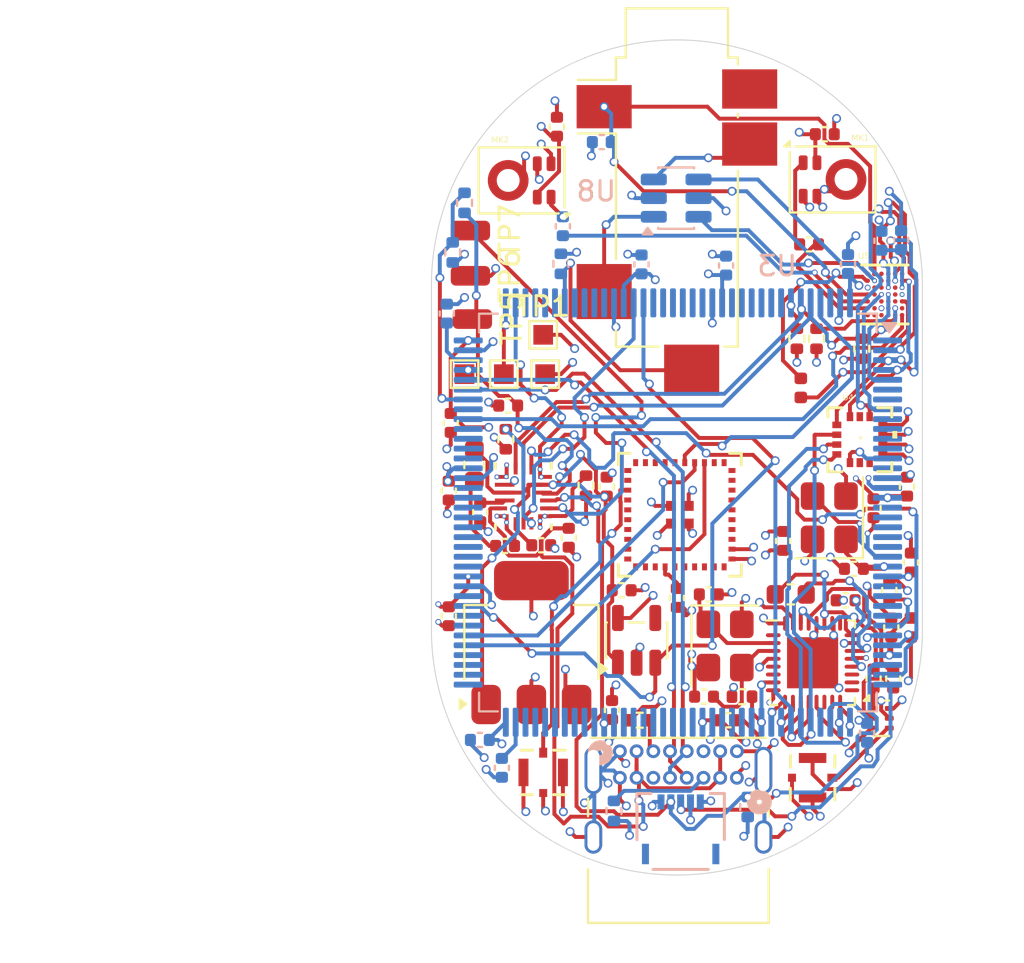
<source format=kicad_pcb>
(kicad_pcb (version 20241229) (generator "pcbnew") (generator_version "9.0")
  (layers (0 "F.Cu" signal) (4 "In1.Cu" signal) (6 "In2.Cu" signal) (8 "In3.Cu" signal) (10 "In4.Cu" signal) (2 "B.Cu" signal) (13 "F.Paste" user) (15 "B.Paste" user) (5 "F.SilkS" user "F.Silkscreen") (7 "B.SilkS" user "B.Silkscreen") (1 "F.Mask" user) (3 "B.Mask" user) (25 "Edge.Cuts" user))
  (net 0 "")
  (net 1 "/batt")
  (net 2 "Net-(U6-PMID)")
  (net 3 "GND")
  (net 4 "Net-(U3-PH1)")
  (net 5 "Net-(U3-PH0)")
  (net 6 "+1V8")
  (net 7 "Net-(U3-NRST)")
  (net 8 "Net-(C21-Pad1)")
  (net 9 "Net-(C22-Pad1)")
  (net 10 "Net-(U5-DVDD)")
  (net 11 "/SWDIO")
  (net 12 "/SWCLK")
  (net 13 "Net-(U3-BOOT0)")
  (net 14 "/I2C_SCL")
  (net 15 "/I2C_SDA")
  (net 19 "/SYS_MCLK")
  (net 27 "/UWB_RST")
  (net 29 "/CPU_TO_DSP")
  (net 40 "/UWB_IRQ")
  (net 45 "/UWB_CS")
  (net 55 "Net-(U6-REGN)")
  (net 56 "/SAI_BCLK")
  (net 67 "/UWB_MISO")
  (net 69 "/DSP_TO_CPU")
  (net 71 "/ACC_CS")
  (net 81 "/UWB_SCK")
  (net 82 "Net-(U6-BTST)")
  (net 84 "/UWB_MOSI")
  (net 95 "/SAI_FS")
  (net 106 "/VIB_DATA")
  (net 116 "/LED_R")
  (net 127 "/MIC2")
  (net 129 "/MIC2_RAW")
  (net 130 "/MIC1")
  (net 131 "/MIC1_RAW")
  (net 134 "+3.3V")
  (net 135 "/LED_G")
  (net 136 "/LED_B")
  (net 137 "/HP_DETECT")
  (net 138 "/CHG_STAT")
  (net 139 "/HPOUTR")
  (net 140 "/HPOUTL")
  (net 141 "Net-(J5-CC1)")
  (net 142 "Net-(J5-CC2)")
  (net 143 "/V_SYS")
  (net 144 "/VBUS")
  (net 145 "Net-(U9-VDD_IO)")
  (net 146 "Net-(U9-XTAL_C2)")
  (net 147 "Net-(U9-XTAL_C1)")
  (net 148 "Net-(T1-AB)")
  (net 149 "Net-(U9-RFN)")
  (net 150 "Net-(U9-RFP)")
  (net 151 "Net-(T1-AA)")
  (net 152 "Net-(U9-VDD_CORE_ANA)")
  (net 153 "Net-(U9-REG_OUT)")
  (net 154 "/UWB_SHDN")
  (net 158 "/CHG_PG")
  (net 161 "/T")
  (net 168 "Net-(J1-In)")
  (net 172 "/BATT_SENSE")
  (net 173 "/BTN_SENSE")
  (net 174 "/CM")
  (net 175 "Net-(C37-Pad2)")
  (net 177 "Net-(U6-ILIM)")
  (net 197 "/R")
  (net 198 "/PD")
  (net 208 "Net-(U3-VDDA)")
  (net 212 "Net-(L4-Pad1)")
  (net 215 "Net-(U7-DECOUPLE)")
  (net 216 "Net-(J6-In)")
  (net 217 "/RX")
  (net 218 "/TX")
  (net 219 "/BLT_RESET")
  (net 220 "/LED_DATA")
  (net 221 "/USB_N")
  (net 222 "/USB_P")
  (net 223 "Net-(U6-TS_BIAS)")
  (net 224 "/CHG_INT")
  (net 225 "/temp")
  (net 226 "/V1P8_EN")
  (footprint "Capacitor_SMD:C_0402_1005Metric" (layer "F.Cu") (at 23.2 60.32 90)
    (property "Reference" "C39" (hide yes))
    (property "Value" "10uF")
  )
  (footprint "ANC_Parts:ADXL382_Ultralib" (layer "F.Cu") (at 42.5 56.6316)
    (property "Reference" "U4")
    (property "Value" "ADXL382-1BCCZ-RL")
  )
  (footprint "Inductor_SMD:L_0603_1608Metric" (layer "F.Cu") (at 38.9875 64.5)
    (property "Reference" "L1" (hide yes))
    (property "Value" "180nH")
  )
  (footprint "Crystal:Crystal_SMD_3225-4Pin_3.2x2.5mm" (layer "F.Cu") (at 35.65 67.12 -90)
    (property "Reference" "Y2" (hide yes))
    (property "Value" "32.768 kHz")
  )
  (footprint "Capacitor_SMD:C_0402_1005Metric" (layer "F.Cu") (at 21.6 59.22 -90)
    (property "Reference" "C18" (hide yes))
    (property "Value" "0.1uF")
  )
  (footprint "Capacitor_SMD:C_0402_1005Metric" (layer "F.Cu") (at 39.92 46.7 180)
    (property "Reference" "C32" (hide yes))
    (property "Value" "1uF")
  )
  (footprint "Capacitor_SMD:C_0402_1005Metric" (layer "F.Cu") (at 44.2 68.78 90)
    (property "Reference" "C33" (hide yes))
    (property "Value" "10pF")
  )
  (footprint "Connector_Wire:SolderWirePad_1x01_SMD_1x2mm" (layer "F.Cu") (at 22.8 50.5 -90)
    (property "Reference" "TP5")
    (property "Value" "BATT+")
  )
  (footprint "Connector_Audio:Jack_3.5mm_CUI_SJ2-3593D-SMT_Horizontal" (layer "F.Cu") (at 33.2 43.3)
    (property "Reference" "J4" (hide yes))
    (property "Value" "AudioJack3_Switch")
  )
  (footprint "Sensor_Audio:Infineon_PG-LLGA-5-2" (layer "F.Cu") (at 41.12 43.4)
    (property "Reference" "MK1")
    (property "Value" "IM73A135V01")
  )
  (footprint "Capacitor_SMD:C_0402_1005Metric" (layer "F.Cu") (at 38.6 61.78 -90)
    (property "Reference" "C7" (hide yes))
    (property "Value" "10uF")
  )
  (footprint "Capacitor_SMD:C_0402_1005Metric" (layer "F.Cu") (at 33.2 64.68 90)
    (property "Reference" "C2" (hide yes))
    (property "Value" "10uF")
  )
  (footprint "ANC_Parts:ADAU1787_Ultralib" (layer "F.Cu") (at 43.775 49.25 -90)
    (property "Reference" "U5")
    (property "Value" "ADAU1787BCBZRL")
  )
  (footprint "Capacitor_SMD:C_0402_1005Metric" (layer "F.Cu") (at 30.39 64.29 180)
    (property "Reference" "C36" (hide yes))
    (property "Value" "10uF")
  )
  (footprint "Capacitor_SMD:C_0402_1005Metric" (layer "F.Cu") (at 21.7 55.78 -90)
    (property "Reference" "C14" (hide yes))
    (property "Value" "0.1uF")
  )
  (footprint "Inductor_SMD:L_0402_1005Metric" (layer "F.Cu") (at 39.5 54 -90)
    (property "Reference" "L4" (hide yes))
    (property "Value" "600Ω")
  )
  (footprint "Capacitor_SMD:C_0402_1005Metric" (layer "F.Cu") (at 26.3 62 180)
    (property "Reference" "C35" (hide yes))
    (property "Value" "4.7µF")
  )
  (footprint "Package_TO_SOT_SMD:SOT-223-3_TabPin2" (layer "F.Cu") (at 25.8 66.95 90)
    (property "Reference" "U1" (hide yes))
    (property "Value" "AP7361C-33E")
  )
  (footprint "Capacitor_SMD:C_0402_1005Metric" (layer "F.Cu") (at 35.82 70.9)
    (property "Reference" "C10" (hide yes))
    (property "Value" "0.1uF")
  )
  (footprint "Capacitor_SMD:C_0402_1005Metric" (layer "F.Cu") (at 41.78 64.8 180)
    (property "Reference" "C23" (hide yes))
    (property "Value" "1uF")
  )
  (footprint "Connector_USB:USB_C_Receptacle_GCT_USB4085" (layer "F.Cu") (at 30.3 72.475)
    (property "Reference" "J5" (hide yes))
    (property "Value" "USB_C_Receptacle_USB2.0_14P")
  )
  (footprint "Resistor_SMD:R_0402_1005Metric" (layer "F.Cu") (at 31.31 70.9)
    (property "Reference" "R2" (hide yes))
    (property "Value" "5.1k")
  )
  (footprint "Sensor_Audio:Infineon_PG-LLGA-5-2" (layer "F.Cu") (at 25.3 43.45 180)
    (property "Reference" "MK2")
    (property "Value" "IM73A135V01")
  )
  (footprint "Resistor_SMD:R_0402_1005Metric" (layer "F.Cu") (at 36.51 69.7)
    (property "Reference" "R16" (hide yes))
    (property "Value" "100kΩ")
  )
  (footprint "Capacitor_SMD:C_0402_1005Metric" (layer "F.Cu") (at 27.7 61.62 90)
    (property "Reference" "C40" (hide yes))
    (property "Value" "10uF")
  )
  (footprint "Inductor_SMD:L_0603_1608Metric" (layer "F.Cu") (at 22.9 57.9125 90)
    (property "Reference" "L2" (hide yes))
    (property "Value" "1.5uH")
  )
  (footprint "Package_TO_SOT_SMD:SOT-23-5" (layer "F.Cu") (at 31.15 66.8375 90)
    (property "Reference" "U2" (hide yes))
    (property "Value" "AP2112K-1.8" (hide yes))
  )
  (footprint "Inductor_SMD:L_0402_1005Metric" (layer "F.Cu") (at 45.1 66.185 -90)
    (property "Reference" "L3" (hide yes))
    (property "Value" "600Ω")
  )
  (footprint "Resistor_SMD:R_0402_1005Metric" (layer "F.Cu") (at 39.3 51.5 -90)
    (property "Reference" "R3" (hide yes))
    (property "Value" "10k")
  )
  (footprint "ANC_Parts:Spark_SR1120_QFN32" (layer "F.Cu") (at 40.1 67.975)
    (property "Reference" "U9" (hide yes))
    (property "Value" "SR1120")
  )
  (footprint "Capacitor_SMD:C_0402_1005Metric" (layer "F.Cu") (at 34.82 64.5 180)
    (property "Reference" "C25" (hide yes))
    (property "Value" "10pF")
  )
  (footprint "TestPoint:TestPoint_Pad_1.0x1.0mm" (layer "F.Cu") (at 26.4 51.3)
    (property "Reference" "TP1")
    (property "Value" "TestPoint")
  )
  (footprint "Capacitor_SMD:C_0402_1005Metric" (layer "F.Cu") (at 43.2 68.78 -90)
    (property "Reference" "C34" (hide yes))
    (property "Value" "10pF")
  )
  (footprint "TestPoint:TestPoint_Pad_1.0x1.0mm" (layer "F.Cu") (at 22.4 53.3)
    (property "Reference" "TP4" (hide yes))
    (property "Value" "TestPoint")
  )
  (footprint "ANC_Parts:BGM220S_SIL" (layer "F.Cu") (at 33.349999 60.45)
    (property "Reference" "U7" (hide yes))
    (property "Value" "BGM220SC12WGA2R")
  )
  (footprint "Connector_Wire:SolderWirePad_1x01_SMD_1x2mm" (layer "F.Cu") (at 22.7 48.3 -90)
    (property "Reference" "TP6")
    (property "Value" "BATT-")
  )
  (footprint "Capacitor_SMD:C_0402_1005Metric" (layer "F.Cu") (at 27.1 40.72 90)
    (property "Reference" "C31" (hide yes))
    (property "Value" "0.1uF")
  )
  (footprint "Capacitor_SMD:C_0402_1005Metric" (layer "F.Cu") (at 44.1 66.18 90)
    (property "Reference" "C17" (hide yes))
    (property "Value" "4.7µF")
  )
  (footprint "Resistor_SMD:R_0402_1005Metric" (layer "F.Cu") (at 28.58 58.97 -90)
    (property "Reference" "R7" (hide yes))
    (property "Value" "10kΩ")
  )
  (footprint "TestPoint:TestPoint_Pad_1.0x1.0mm" (layer "F.Cu") (at 24.4 53.3)
    (property "Reference" "TP2" (hide yes))
    (property "Value" "TestPoint")
  )
  (footprint "Crystal:Crystal_SMD_3225-4Pin_3.2x2.5mm" (layer "F.Cu") (at 40.95 60.6 90)
    (property "Reference" "Y1" (hide yes))
    (property "Value" "Crystal_GND24")
  )
  (footprint "RF_Converter:Balun_Johanson_1.6x0.8mm" (layer "F.Cu") (at 43.59 70.8)
    (property "Reference" "T1" (hide yes))
    (property "Value" "Transformer_1P_1S")
  )
  (footprint "Resistor_SMD:R_0402_1005Metric" (layer "F.Cu") (at 40.3 51.5 -90)
    (property "Reference" "R4" (hide yes))
    (property "Value" "2.2kΩ")
  )
  (footprint "Capacitor_SMD:C_0402_1005Metric" (layer "F.Cu") (at 24.62 54.9)
    (property "Reference" "C1" (hide yes))
    (property "Value" "10uF")
  )
  (footprint "Connector_Wire:SolderWirePad_1x01_SMD_1x2mm" (layer "F.Cu") (at 22.7 46 -90)
    (property "Reference" "TP7")
    (property "Value" "BATT_TS")
  )
  (footprint "Resistor_SMD:R_0402_1005Metric" (layer "F.Cu") (at 24.5 56.61 -90)
    (property "Reference" "R6" (hide yes))
    (property "Value" "170Ω")
  )
  (footprint "Capacitor_SMD:C_0402_1005Metric" (layer "F.Cu") (at 24.463001 62.037001 180)
    (property "Reference" "C37" (hide yes))
    (property "Value" "47nF")
  )
  (footprint "Capacitor_SMD:C_0402_1005Metric" (layer "F.Cu") (at 45.1 62.88 90)
    (property "Reference" "C20" (hide yes))
    (property "Value" "0.1uF")
  )
  (footprint "Capacitor_SMD:C_0402_1005Metric" (layer "F.Cu") (at 44 64.28 90)
    (property "Reference" "C8" (hide yes))
    (property "Value" "0.1uF")
  )
  (footprint "Capacitor_SMD:C_0402_1005Metric" (layer "F.Cu") (at 29.63 59.02 -90)
    (property "Reference" "C38" (hide yes))
    (property "Value" "10uF")
  )
  (footprint "Capacitor_SMD:C_0402_1005Metric" (layer "F.Cu") (at 42.2 63.2 180)
    (property "Reference" "C3" (hide yes))
    (property "Value" "10pF")
  )
  (footprint "Resistor_SMD:R_0402_1005Metric" (layer "F.Cu") (at 42.6 52.01 -90)
    (property "Reference" "R5" (hide yes))
    (property "Value" "2.2kΩ")
  )
  (footprint "ANC_Parts:CONN_X.FL-R-SMT-180_HIR" (layer "F.Cu") (at 26.4 73.55225 180)
    (property "Reference" "J6" (hide yes))
    (property "Value" "Conn_Coaxial")
  )
  (footprint "Capacitor_SMD:C_0402_1005Metric" (layer "F.Cu") (at 43.2 60.12 90)
    (property "Reference" "C6" (hide yes))
    (property "Value" "10pF")
  )
  (footprint "Capacitor_SMD:C_0402_1005Metric" (layer "F.Cu") (at 29.9 70.38 90)
    (property "Reference" "C11" (hide yes))
    (property "Value" "0.1uF")
  )
  (footprint "Capacitor_SMD:C_0402_1005Metric" (layer "F.Cu") (at 44.9 59.02 90)
    (property "Reference" "C4" (hide yes))
    (property "Value" "0.1uF")
  )
  (footprint "Capacitor_SMD:C_0402_1005Metric" (layer "F.Cu") (at 40.72 41.1)
    (property "Reference" "C28" (hide yes))
    (property "Value" "0.1uF")
  )
  (footprint "TestPoint:TestPoint_Pad_1.0x1.0mm" (layer "F.Cu") (at 26.5 53.3)
    (property "Reference" "TP3" (hide yes))
    (property "Value" "TestPoint")
  )
  (footprint "Capacitor_SMD:C_0402_1005Metric" (layer "F.Cu") (at 21.6 65.61 -90)
    (property "Reference" "C13" (hide yes))
    (property "Value" "0.1uF")
  )
  (footprint "ANC_Parts:WQFN-HR18__RYK_TEX" (layer "F.Cu") (at 25.392999 59.5 90)
    (property "Reference" "U6" (hide yes))
    (property "Value" "BQ25620RYKR")
  )
  (footprint "Capacitor_SMD:C_0402_1005Metric" (layer "F.Cu") (at 34.58 69.7)
    (property "Reference" "C24" (hide yes))
    (property "Value" "10pF")
  )
  (footprint "ANC_Parts:CONN_X.FL-R-SMT-180_HIR" (layer "F.Cu") (at 40.1 73.8221 90)
    (property "Reference" "J1" (hide yes))
    (property "Value" "Conn_Coaxial")
  )
  (footprint "Package_QFP:LQFP-144_20x20mm_P0.5mm" (layer "B.Cu") (at 33.25 60.3375 180)
    (property "Reference" "U3")
    (property "Value" "STM32H753ZITx")
  )
  (footprint "Capacitor_SMD:C_0402_1005Metric" (layer "B.Cu") (at 43.6 46.52 90)
    (property "Reference" "C27" (hide yes))
    (property "Value" "0.1uF")
  )
  (footprint "Capacitor_SMD:C_0402_1005Metric" (layer "B.Cu") (at 29.38 41.5 180)
    (property "Reference" "C29" (hide yes))
    (property "Value" "1uF")
  )
  (footprint "Resistor_SMD:R_0402_1005Metric" (layer "B.Cu") (at 30 75.51 90)
    (property "Reference" "R1" (hide yes))
    (property "Value" "5.1k")
  )
  (footprint "Capacitor_SMD:C_0402_1005Metric" (layer "B.Cu") (at 27.4 45.78 90)
    (property "Reference" "C30" (hide yes))
    (property "Value" "1uF")
  )
  (footprint "Resistor_SMD:R_0402_1005Metric" (layer "B.Cu") (at 22.4 44.59 -90)
    (property "Reference" "R9" (hide yes))
    (property "Value" "100kΩ")
  )
  (footprint "Resistor_SMD:R_0402_1005Metric" (layer "B.Cu") (at 27.3 47.69 90)
    (property "Reference" "R15" (hide yes))
    (property "Value" "10kΩ")
  )
  (footprint "Capacitor_SMD:C_0402_1005Metric" (layer "B.Cu") (at 42.87 71.54 -90)
    (property "Reference" "C9" (hide yes))
    (property "Value" "0.1uF")
  )
  (footprint "Capacitor_SMD:C_0402_1005Metric" (layer "B.Cu") (at 24.3 73.32 -90)
    (property "Reference" "C21" (hide yes))
    (property "Value" "2.2uF")
  )
  (footprint "Capacitor_SMD:C_0402_1005Metric" (layer "B.Cu") (at 21.5 50.22 90)
    (property "Reference" "C22" (hide yes))
    (property "Value" "2.2uF")
  )
  (footprint "Package_TO_SOT_SMD:SOT-23-6" (layer "B.Cu") (at 33.1625 44.35)
    (property "Reference" "U8")
    (property "Value" "USBLC6-2SC6")
  )
  (footprint "Resistor_SMD:R_0402_1005Metric" (layer "B.Cu") (at 36.8 75.31 -90)
    (property "Reference" "R11" (hide yes))
    (property "Value" "10kΩ")
  )
  (footprint "Capacitor_SMD:C_0402_1005Metric" (layer "B.Cu") (at 44.6 46.48 90)
    (property "Reference" "C26" (hide yes))
    (property "Value" "1uF")
  )
  (footprint "Capacitor_SMD:C_0402_1005Metric" (layer "B.Cu") (at 31.4 47.72 90)
    (property "Reference" "C15" (hide yes))
    (property "Value" "0.1uF")
  )
  (footprint "Resistor_SMD:R_0402_1005Metric" (layer "B.Cu") (at 21.8 47.11 -90)
    (property "Reference" "R10" (hide yes))
    (property "Value" "100kΩ")
  )
  (footprint "Capacitor_SMD:C_0402_1005Metric" (layer "B.Cu") (at 23.18 71.9 180)
    (property "Reference" "C12" (hide yes))
    (property "Value" "0.1uF")
  )
  (footprint "ANC_Parts:CONN_503480-0540_MOL" (layer "B.Cu") (at 33.390001 76.5534 180)
    (property "Reference" "J2" (hide yes))
    (property "Value" "Conn_01x06_Socket")
  )
  (footprint "Capacitor_SMD:C_0402_1005Metric" (layer "B.Cu") (at 35.7 47.78 90)
    (property "Reference" "C19" (hide yes))
    (property "Value" "0.1uF")
  )
  (footprint "Capacitor_SMD:C_0402_1005Metric" (layer "B.Cu") (at 41.9 47.7 90)
    (property "Reference" "C16" (hide yes))
    (property "Value" "0.1uF")
  )
  (gr_line (start 20.717049 48.753093) (end 20.717049 66.253093) (stroke (width 0.05)) (layer "Edge.Cuts"))
  (gr_arc (start 45.682951 66.25) (mid 33.201547 78.736044) (end 20.717049 66.253093) (stroke (width 0.05)) (layer "Edge.Cuts"))
  (gr_arc (start 20.717049 48.753093) (mid 33.2 36.270142) (end 45.682951 48.753093) (stroke (width 0.05)) (layer "Edge.Cuts"))
  (gr_line (start 45.682951 48.753093) (end 45.682951 66.25) (stroke (width 0.05)) (layer "Edge.Cuts"))
  (segment (start 25.1 55.978726) (end 25.160774 56.0395) (width 0.2) (layer "F.Cu") (net 1))
  (segment (start 27.097225 59.377001) (end 27.75219 58.722036) (width 0.2) (layer "F.Cu") (net 1))
  (segment (start 24.147 54.409) (end 23.081 53.343) (width 0.2) (layer "F.Cu") (net 1))
  (segment (start 23 49.3) (end 23 50.3) (width 0.2) (layer "F.Cu") (net 1))
  (segment (start 26.342999 59.325) (end 26.395 59.377001) (width 0.2) (layer "F.Cu") (net 1))
  (segment (start 23 50.3) (end 22.8 50.5) (width 0.2) (layer "F.Cu") (net 1))
  (segment (start 23.081 50.781) (end 22.8 50.5) (width 0.2) (layer "F.Cu") (net 1))
  (segment (start 26.395 59.377001) (end 27.097225 59.377001) (width 0.2) (layer "F.Cu") (net 1))
  (segment (start 25.1 54.9) (end 25.1 55.978726) (width 0.2) (layer "F.Cu") (net 1))
  (segment (start 27.75219 58.332797) (end 27.370599 57.951206) (width 0.2) (layer "F.Cu") (net 1))
  (segment (start 23.081 53.343) (end 23.081 50.781) (width 0.2) (layer "F.Cu") (net 1))
  (segment (start 24.609 54.409) (end 24.147 54.409) (width 0.2) (layer "F.Cu") (net 1))
  (segment (start 27.75219 58.722036) (end 27.75219 58.332797) (width 0.2) (layer "F.Cu") (net 1))
  (segment (start 25.1 54.9) (end 24.609 54.409) (width 0.2) (layer "F.Cu") (net 1))
  (via (at 27.370599 57.951206) (size 0.45) (drill 0.3) (layers "F.Cu" "B.Cu") (net 1))
  (via (at 25.160774 56.0395) (size 0.45) (drill 0.3) (layers "F.Cu" "B.Cu") (net 1))
  (via (at 23 49.3) (size 0.45) (drill 0.3) (layers "F.Cu" "B.Cu") (net 1))
  (segment (start 25.909779 56.0395) (end 25.160774 56.0395) (width 0.2) (layer "B.Cu") (net 1))
  (segment (start 27.587225 56.648) (end 26.518279 56.648) (width 0.2) (layer "B.Cu") (net 1))
  (segment (start 23 45.7) (end 23 49.3) (width 0.2) (layer "B.Cu") (net 1))
  (segment (start 22.4 45.1) (end 23 45.7) (width 0.2) (layer "B.Cu") (net 1))
  (segment (start 26.518279 56.648) (end 25.909779 56.0395) (width 0.2) (layer "B.Cu") (net 1))
  (segment (start 27.370599 57.951206) (end 27.852 57.469805) (width 0.2) (layer "B.Cu") (net 1))
  (segment (start 27.852 57.469805) (end 27.852 56.912775) (width 0.2) (layer "B.Cu") (net 1))
  (segment (start 27.852 56.912775) (end 27.587225 56.648) (width 0.2) (layer "B.Cu") (net 1))
  (segment (start 24.327999 59.84) (end 24.442999 59.725) (width 0.2) (layer "F.Cu") (net 2))
  (segment (start 23.2 59.84) (end 24.327999 59.84) (width 0.2) (layer "F.Cu") (net 2))
  (segment (start 33.879961 65.378874) (end 33.879961 65.349123) (width 0.2) (layer "F.Cu") (net 3))
  (segment (start 40.3 66.419254) (end 40.153002 66.566252) (width 0.2) (layer "F.Cu") (net 3))
  (segment (start 41.8 58.5) (end 41.4 58.1) (width 0.2) (layer "F.Cu") (net 3))
  (segment (start 21.5 60.375) (end 21.525 60.4) (width 0.2) (layer "F.Cu") (net 3))
  (segment (start 41.3 64.8) (end 41.675 64.8) (width 0.2) (layer "F.Cu") (net 3))
  (segment (start 34.1 69.7) (end 34.1 68.303481) (width 0.2) (layer "F.Cu") (net 3))
  (segment (start 24.14 54.9) (end 23.803971 54.9) (width 0.2) (layer "F.Cu") (net 3))
  (segment (start 32.128476 70.221) (end 32.438976 69.9105) (width 0.2) (layer "F.Cu") (net 3))
  (segment (start 36.25 72.475) (end 37.710896 72.475) (width 0.2) (layer "F.Cu") (net 3))
  (segment (start 24.5 57.12) (end 23.909631 56.529631) (width 0.2) (layer "F.Cu") (net 3))
  (segment (start 33.887897 65.323564) (end 33.903086 65.308375) (width 0.2) (layer "F.Cu") (net 3))
  (segment (start 40.8 44) (end 40.7 43.9) (width 0.2) (layer "F.Cu") (net 3))
  (segment (start 44 70.8) (end 43.584929 70.384929) (width 0.2) (layer "F.Cu") (net 3))
  (segment (start 25.3967 75.425779) (end 25.518869 75.547948) (width 0.2) (layer "F.Cu") (net 3))
  (segment (start 25.43 43.45) (end 25.43 42.27) (width 0.2) (layer "F.Cu") (net 3))
  (segment (start 44 63.8) (end 44.415105 63.8) (width 0.2) (layer "F.Cu") (net 3))
  (segment (start 37.9 61.3) (end 37.7 61.5) (width 0.2) (layer "F.Cu") (net 3))
  (segment (start 37.710896 72.475) (end 38.151087 72.034809) (width 0.2) (layer "F.Cu") (net 3))
  (segment (start 40.153782 67.975) (end 41.437155 69.258373) (width 0.2) (layer "F.Cu") (net 3))
  (segment (start 44.8184 56.8816) (end 43.6684 56.8816) (width 0.2) (layer "F.Cu") (net 3))
  (segment (start 29.9 69.3) (end 30.1 69.1) (width 0.2) (layer "F.Cu") (net 3))
  (segment (start 33.2 65.16) (end 33.509999 65.16) (width 0.2) (layer "F.Cu") (net 3))
  (segment (start 27.1 40.24) (end 27.1 39.5) (width 0.2) (layer "F.Cu") (net 3))
  (segment (start 28.041267 76.835) (end 27.765725 76.559458) (width 0.2) (layer "F.Cu") (net 3))
  (segment (start 33.878887 67.898887) (end 33.878887 67.608442) (width 0.2) (layer "F.Cu") (net 3))
  (segment (start 35.9 64.5) (end 36 64.4) (width 0.2) (layer "F.Cu") (net 3))
  (segment (start 29.9 69.9) (end 29.9 69.3) (width 0.2) (layer "F.Cu") (net 3))
  (segment (start 25.8 68.9) (end 26 68.7) (width 0.2) (layer "F.Cu") (net 3))
  (segment (start 34.8 68.22) (end 34.2 68.22) (width 0.2) (layer "F.Cu") (net 3))
  (segment (start 26.5 53.3) (end 27.3 53.3) (width 0.2) (layer "F.Cu") (net 3))
  (segment (start 21.7 56.9) (end 21.5 57.1) (width 0.2) (layer "F.Cu") (net 3))
  (segment (start 25.3967 73.55225) (end 25.3967 75.425779) (width 0.2) (layer "F.Cu") (net 3))
  (segment (start 44.788698 56.3816) (end 43.6684 56.3816) (width 0.2) (layer "F.Cu") (net 3))
  (segment (start 26.8 42.6) (end 26.8 42.1) (width 0.2) (layer "F.Cu") (net 3))
  (segment (start 33.887897 65.341187) (end 33.887897 65.323564) (width 0.2) (layer "F.Cu") (net 3))
  (segment (start 33.696066 65.556556) (end 33.802342 65.45028) (width 0.2) (layer "F.Cu") (net 3))
  (segment (start 33.613979 65.556556) (end 33.696066 65.556556) (width 0.2) (layer "F.Cu") (net 3))
  (segment (start 30.3 74.926048) (end 30.627952 75.254) (width 0.2) (layer "F.Cu") (net 3))
  (segment (start 31.479 70.221) (end 32.128476 70.221) (width 0.2) (layer "F.Cu") (net 3))
  (segment (start 33.799999 60) (end 33.799999 59.400001) (width 0.2) (layer "F.Cu") (net 3))
  (segment (start 26.1 42.6) (end 26.1 43.3) (width 0.2) (layer "F.Cu") (net 3))
  (segment (start 32.8 60.9) (end 32.2 61.5) (width 0.2) (layer "F.Cu") (net 3))
  (segment (start 44.21 70.3) (end 44.65 69.86) (width 0.2) (layer "F.Cu") (net 3))
  (segment (start 44.1 65.7) (end 43.002 64.602) (width 0.2) (layer "F.Cu") (net 3))
  (segment (start 31.439884 64.29) (end 31.58623 64.143654) (width 0.2) (layer "F.Cu") (net 3))
  (segment (start 33.799999 61.199999) (end 34 61.4) (width 0.2) (layer "F.Cu") (net 3))
  (segment (start 37.6 76.835) (end 38.349623 76.835) (width 0.2) (layer "F.Cu") (net 3))
  (segment (start 40.1 75.39) (end 40.49 75.78) (width 0.2) (layer "F.Cu") (net 3))
  (segment (start 23.2 60.909098) (end 23.601532 61.31063) (width 0.2) (layer "F.Cu") (net 3))
  (segment (start 40.1 67.975) (end 40.153782 67.975) (width 0.2) (layer "F.Cu") (net 3))
  (segment (start 30.3 73.825) (end 30.3 74.926048) (width 0.2) (layer "F.Cu") (net 3))
  (segment (start 32.899999 60) (end 32.1 60) (width 0.2) (layer "F.Cu") (net 3))
  (segment (start 26.947 62.167) (end 27 62.167) (width 0.2) (layer "F.Cu") (net 3))
  (segment (start 25.8 63.8) (end 25.8 65.5) (width 0.2) (layer "F.Cu") (net 3))
  (segment (start 41.169193 66.044193) (end 41.169193 66.576845) (width 0.2) (layer "F.Cu") (net 3))
  (segment (start 44.96274 56.207558) (end 44.788698 56.3816) (width 0.2) (layer "F.Cu") (net 3))
  (segment (start 27.4033 75.529296) (end 27.426004 75.552) (width 0.2) (layer "F.Cu") (net 3))
  (segment (start 30.3 72.8) (end 30.6 73.1) (width 0.2) (layer "F.Cu") (net 3))
  (segment (start 41.957543 72.427873) (end 41.957543 72.557543) (width 0.2) (layer "F.Cu") (net 3))
  (segment (start 22.7 48.3) (end 23.732826 48.3) (width 0.2) (layer "F.Cu") (net 3))
  (segment (start 31.15 67.35) (end 31.321288 67.178712) (width 0.2) (layer "F.Cu") (net 3))
  (segment (start 21.6 59.7) (end 21.6 60) (width 0.2) (layer "F.Cu") (net 3))
  (segment (start 45.1 62.4) (end 45.1 61.649013) (width 0.2) (layer "F.Cu") (net 3))
  (segment (start 40.862 74.4) (end 42.039226 74.4) (width 0.2) (layer "F.Cu") (net 3))
  (segment (start 37.288857 71.608858) (end 37.288857 72.097424) (width 0.2) (layer "F.Cu") (net 3))
  (segment (start 21.5 60.1) (end 21.5 60.375) (width 0.2) (layer "F.Cu") (net 3))
  (segment (start 39.1 65.975) (end 39.1 65.7) (width 0.2) (layer "F.Cu") (net 3))
  (segment (start 39.05225 73.8221) (end 39.05225 74.91225) (width 0.2) (layer "F.Cu") (net 3))
  (segment (start 44 70.3) (end 44.21 70.3) (width 0.2) (layer "F.Cu") (net 3))
  (segment (start 37.656 65.156) (end 37.4 64.9) (width 0.2) (layer "F.Cu") (net 3))
  (segment (start 25.8 70.1) (end 25.8 68.9) (width 0.2) (layer "F.Cu") (net 3))
  (segment (start 38.556 65.156) (end 38.3 65.156) (width 0.2) (layer "F.Cu") (net 3))
  (segment (start 41.2 41.1) (end 41.2 40.42) (width 0.2) (layer "F.Cu") (net 3))
  (segment (start 36 69.7) (end 36 69.304813) (width 0.2) (layer "F.Cu") (net 3))
  (segment (start 30.3 72.475) (end 30.3 72.8) (width 0.2) (layer "F.Cu") (net 3))
  (segment (start 29.691185 58.54) (end 29.911233 58.319952) (width 0.2) (layer "F.Cu") (net 3))
  (segment (start 33.802342 65.45028) (end 33.808555 65.45028) (width 0.2) (layer "F.Cu") (net 3))
  (segment (start 45 57.0632) (end 44.8184 56.8816) (width 0.2) (layer "F.Cu") (net 3))
  (segment (start 33.608381 65.258382) (end 33.608381 65.550958) (width 0.2) (layer "F.Cu") (net 3))
  (segment (start 23.98321 48.049616) (end 23.98321 47.922436) (width 0.2) (layer "F.Cu") (net 3))
  (segment (start 26.4 74.6) (end 26.4 75.398163) (width 0.2) (layer "F.Cu") (net 3))
  (segment (start 27.1 39.5) (end 27 39.4) (width 0.2) (layer "F.Cu") (net 3))
  (segment (start 40.1 73.638) (end 40.862 74.4) (width 0.2) (layer "F.Cu") (net 3))
  (segment (start 26.8 42.1) (end 26.3 41.6) (width 0.2) (layer "F.Cu") (net 3))
  (segment (start 33.608381 65.550958) (end 33.613979 65.556556) (width 0.2) (layer "F.Cu") (net 3))
  (segment (start 21.6 60) (end 21.5 60.1) (width 0.2) (layer "F.Cu") (net 3))
  (segment (start 43.2 59.5) (end 42.3 58.6) (width 0.2) (layer "F.Cu") (net 3))
  (segment (start 35.3 64.5) (end 35.9 64.5) (width 0.2) (layer "F.Cu") (net 3))
  (segment (start 43.085416 71.3) (end 41.957543 72.427873) (width 0.2) (layer "F.Cu") (net 3))
  (segment (start 21.257049 66.09) (end 21.067049 65.9) (width 0.2) (layer "F.Cu") (net 3))
  (segment (start 30.8 70.9) (end 31.479 70.221) (width 0.2) (layer "F.Cu") (net 3))
  (segment (start 39.1 65.7) (end 38.556 65.156) (width 0.2) (layer "F.Cu") (net 3))
  (segment (start 28.95 76.835) (end 28.041267 76.835) (width 0.2) (layer "F.Cu") (net 3))
  (segment (start 37.6 73.455) (end 37.015 74.04) (width 0.2) (layer "F.Cu") (net 3))
  (segment (start 40.1 74.8254) (end 40.1 75.39) (width 0.2) (layer "F.Cu") (net 3))
  (segment (start 37.015 74.04) (end 36.87 74.04) (width 0.2) (layer "F.Cu") (net 3))
  (segment (start 32.899999 60.9) (end 32.8 60.9) (width 0.2) (layer "F.Cu") (net 3))
  (segment (start 40.3 65.975) (end 40.3 66.419254) (width 0.2) (layer "F.Cu") (net 3))
  (segment (start 41.8 59.5) (end 41.8 58.5) (width 0.2) (layer "F.Cu") (net 3))
  (segment (start 40.32 44.5) (end 40.62 44.8) (width 0.2) (layer "F.Cu") (net 3))
  (segment (start 33.879961 65.349123) (end 33.887897 65.341187) (width 0.2) (layer "F.Cu") (net 3))
  (segment (start 39.3 52.01) (end 39.3 52.7) (width 0.2) (layer "F.Cu") (net 3))
  (segment (start 25.43 42.27) (end 25.5 42.2) (width 0.2) (layer "F.Cu") (net 3))
  (segment (start 33.808555 65.45028) (end 33.879961 65.378874) (width 0.2) (layer "F.Cu") (net 3))
  (segment (start 41.1 65.975) (end 41.169193 66.044193) (width 0.2) (layer "F.Cu") (net 3))
  (segment (start 33.509999 65.16) (end 33.608381 65.258382) (width 0.2) (layer "F.Cu") (net 3))
  (segment (start 41.17 44) (end 40.8 44) (width 0.2) (layer "F.Cu") (net 3))
  (segment (start 27.4033 73.55225) (end 27.4033 75.529296) (width 0.2) (layer "F.Cu") (net 3))
  (segment (start 23.803971 54.9) (end 23.625582 54.721611) (width 0.2) (layer "F.Cu") (net 3))
  (segment (start 23.732826 48.3) (end 23.98321 48.049616) (width 0.2) (layer "F.Cu") (net 3))
  (segment (start 33.878887 67.608442) (end 33.952001 67.535328) (width 0.2) (layer "F.Cu") (net 3))
  (segment (start 43.002 64.602) (end 43.002 64.201399) (width 0.2) (layer "F.Cu") (net 3))
  (segment (start 39.62 44.471628) (end 39.955 44.806628) (width 0.2) (layer "F.Cu") (net 3))
  (segment (start 40.1 62.4) (end 39.7 62.8) (width 0.2) (layer "F.Cu") (net 3))
  (segment (start 43.584929 70.384929) (end 43.584929 69.900979) (width 0.2) (layer "F.Cu") (net 3))
  (segment (start 21.7 56.26) (end 21.7 56.9) (width 0.2) (layer "F.Cu") (net 3))
  (segment (start 38.349623 76.835) (end 38.854466 76.330157) (width 0.2) (layer "F.Cu") (net 3))
  (segment (start 36.5 64.9) (end 36.7 64.7) (width 0.2) (layer "F.Cu") (net 3))
  (segment (start 36 69.304813) (end 36.082799 69.222014) (width 0.2) (layer "F.Cu") (net 3))
  (segment (start 38.3 65.156) (end 37.656 65.156) (width 0.2) (layer "F.Cu") (net 3))
  (segment (start 36.579999 70.9) (end 37.288857 71.608858) (width 0.2) (layer "F.Cu") (net 3))
  (segment (start 25.8 65.5) (end 25.9 65.6) (width 0.2) (layer "F.Cu") (net 3))
  (segment (start 32.1 60) (end 31.9 59.8) (width 0.2) (layer "F.Cu") (net 3))
  (segment (start 40.1 72.8188) (end 40.1 73.638) (width 0.2) (layer "F.Cu") (net 3))
  (segment (start 33.799999 60.9) (end 33.884394 60.9) (width 0.2) (layer "F.Cu") (net 3))
  (segment (start 42.039226 74.4) (end 42.369613 74.069613) (width 0.2) (layer "F.Cu") (net 3))
  (segment (start 27.7 62.190422) (end 28.10692 62.597342) (width 0.2) (layer "F.Cu") (net 3))
  (segment (start 27.3 53.3) (end 27.9 52.7) (width 0.2) (layer "F.Cu") (net 3))
  (segment (start 23.909631 56.529631) (end 23.909631 56.506684) (width 0.2) (layer "F.Cu") (net 3))
  (segment (start 41.6 63.2) (end 41 62.6) (width 0.2) (layer "F.Cu") (net 3))
  (segment (start 44.415105 63.8) (end 44.926295 64.31119) (width 0.2) (layer "F.Cu") (net 3))
  (segment (start 26.4 75.398163) (end 26.5163 75.514463) (width 0.2) (layer "F.Cu") (net 3))
  (segment (start 29.63 58.54) (end 29.691185 58.54) (width 0.2) (layer "F.Cu") (net 3))
  (segment (start 31.15 67.975) (end 31.15 67.35) (width 0.2) (layer "F.Cu") (net 3))
  (segment (start 33.799999 60.9) (end 33.799999 61.199999) (width 0.2) (layer "F.Cu") (net 3))
  (segment (start 43.002 64.201399) (end 42.870001 64.0694) (width 0.2) (layer "F.Cu") (net 3))
  (segment (start 24.94 58.71) (end 24.724999 58.925001) (width 0.2) (layer "F.Cu") (net 3))
  (segment (start 33.903086 65.308375) (end 33.952001 65.308375) (width 0.2) (layer "F.Cu") (net 3))
  (segment (start 26.1 43.3) (end 26.2 43.4) (width 0.2) (layer "F.Cu") (net 3))
  (segment (start 38.6 61.3) (end 37.9 61.3) (width 0.2) (layer "F.Cu") (net 3))
  (segment (start 33.799999 59.400001) (end 34 59.2) (width 0.2) (layer "F.Cu") (net 3))
  (segment (start 37.875 65.975) (end 37.6 65.7) (width 0.2) (layer "F.Cu") (net 3))
  (segment (start 36.5 66.02) (end 36.5 64.9) (width 0.2) (layer "F.Cu") (net 3))
  (segment (start 34.2 68.22) (end 33.878887 67.898887) (width 0.2) (layer "F.Cu") (net 3))
  (segment (start 45 57.1) (end 45 57.0632) (width 0.2) (layer "F.Cu") (net 3))
  (segment (start 45.1 61.649013) (end 44.954997 61.50401) (width 0.2) (layer "F.Cu") (net 3))
  (segment (start 36.25 73.65) (end 36.7 73.2) (width 0.2) (layer "F.Cu") (net 3))
  (segment (start 39.05225 74.91225) (end 39.92 75.78) (width 0.2) (layer "F.Cu") (net 3))
  (segment (start 38.7 65.975) (end 37.875 65.975) (width 0.2) (layer "F.Cu") (net 3))
  (segment (start 30.87 64.29) (end 31.439884 64.29) (width 0.2) (layer "F.Cu") (net 3))
  (segment (start 36.3 70.9) (end 36.579999 70.9) (width 0.2) (layer "F.Cu") (net 3))
  (segment (start 40.1 61.7) (end 40.1 62.4) (width 0.2) (layer "F.Cu") (net 3))
  (segment (start 34.1 68.303481) (end 33.952001 68.155482) (width 0.2) (layer "F.Cu") (net 3))
  (segment (start 21.6 66.09) (end 21.257049 66.09) (width 0.2) (layer "F.Cu") (net 3))
  (via (at 23.770422 65.029578) (size 0.45) (drill 0.3) (layers "F.Cu" "B.Cu") (net 3))
  (via (at 23.852 51.648) (size 0.45) (drill 0.3) (layers "F.Cu" "B.Cu") (net 3))
  (via (at 33.952001 68.155482) (size 0.45) (drill 0.3) (layers "F.Cu" "B.Cu") (net 3))
  (via (at 34 59.2) (size 0.45) (drill 0.3) (layers "F.Cu" "B.Cu") (net 3))
  (via (at 40.153002 66.566252) (size 0.45) (drill 0.3) (layers "F.Cu" "B.Cu") (net 3))
  (via (at 30.9 44.2) (size 0.45) (drill 0.3) (layers "F.Cu" "B.Cu") (net 3))
  (via (at 33.894434 75.972) (size 0.45) (drill 0.3) (layers "F.Cu" "B.Cu") (net 3))
  (via (at 27 62.167) (size 0.45) (drill 0.3) (layers "F.Cu" "B.Cu") (net 3))
  (via (at 23.4 72.8) (size 0.45) (drill 0.3) (layers "F.Cu" "B.Cu") (net 3))
  (via (at 25.9 65.6) (size 0.45) (drill 0.3) (layers "F.Cu" "B.Cu") (net 3))
  (via (at 41.437155 69.258373) (size 0.45) (drill 0.3) (layers "F.Cu" "B.Cu") (net 3))
  (via (at 35 50.7) (size 0.45) (drill 0.3) (layers "F.Cu" "B.Cu") (net 3))
  (via (at 25.5 42.2) (size 0.45) (drill 0.3) (layers "F.Cu" "B.Cu") (net 3))
  (via (at 29.733945 72.020216) (size 0.45) (drill 0.3) (layers "F.Cu" "B.Cu") (net 3))
  (via (at 42.3 58.6) (size 0.3) (drill 0.2) (layers "F.Cu" "B.Cu") (net 3))
  (via (at 41.169193 66.576845) (size 0.45) (drill 0.3) (layers "F.Cu" "B.Cu") (net 3))
  (via (at 40.7 43.9) (size 0.45) (drill 0.3) (layers "F.Cu" "B.Cu") (net 3))
  (via (at 23.98321 47.922436) (size 0.45) (drill 0.3) (layers "F.Cu" "B.Cu") (net 3))
  (via (at 30.627952 75.254) (size 0.45) (drill 0.3) (layers "F.Cu" "B.Cu") (net 3))
  (via (at 42.870001 64.0694) (size 0.45) (drill 0.3) (layers "F.Cu" "B.Cu") (net 3))
  (via (at 37.288857 72.097424) (size 0.45) (drill 0.3) (layers "F.Cu" "B.Cu") (net 3))
  (via (at 42.877 66.697033) (size 0.45) (drill 0.3) (layers "F.Cu" "B.Cu") (net 3))
  (via (at 42.299569 46.26071) (size 0.45) (drill 0.3) (layers "F.Cu" "B.Cu") (net 3))
  (via (at 38.854466 76.330157) (size 0.45) (drill 0.3) (layers "F.Cu" "B.Cu") (net 3))
  (via (at 39.3 52.7) (size 0.45) (drill 0.3) (layers "F.Cu" "B.Cu") (net 3))
  (via (at 34.898287 71.880648) (size 0.45) (drill 0.3) (layers "F.Cu" "B.Cu") (net 3))
  (via (at 22.4 47.2) (size 0.45) (drill 0.3) (layers "F.Cu" "B.Cu") (net 3))
  (via (at 44.926295 64.31119) (size 0.45) (drill 0.3) (layers "F.Cu" "B.Cu") (net 3))
  (via (at 41 62.6) (size 0.45) (drill 0.3) (layers "F.Cu" "B.Cu") (net 3))
  (via (at 41.4 58.1) (size 0.45) (drill 0.3) (layers "F.Cu" "B.Cu") (net 3))
  (via (at 45.075 58.408859) (size 0.45) (drill 0.3) (layers "F.Cu" "B.Cu") (net 3))
  (via (at 28.85 42.2) (size 0.45) (drill 0.3) (layers "F.Cu" "B.Cu") (net 3))
  (via (at 44.65 69.86) (size 0.45) (drill 0.3) (layers "F.Cu" "B.Cu") (net 3))
  (via (at 41.675 64.8) (size 0.45) (drill 0.3) (layers "F.Cu" "B.Cu") (net 3))
  (via (at 44.954997 61.50401) (size 0.45) (drill 0.3) (layers "F.Cu" "B.Cu") (net 3))
  (via (at 43.481507 45.458766) (size 0.45) (drill 0.3) (layers "F.Cu" "B.Cu") (net 3))
  (via (at 38.151087 72.034809) (size 0.45) (drill 0.3) (layers "F.Cu" "B.Cu") (net 3))
  (via (at 30.6 73.1) (size 0.45) (drill 0.3) (layers "F.Cu" "B.Cu") (net 3))
  (via (at 33.952001 67.535328) (size 0.45) (drill 0.3) (layers "F.Cu" "B.Cu") (net 3))
  (via (at 30.7 47.2) (size 0.45) (drill 0.3) (layers "F.Cu" "B.Cu") (net 3))
  (via (at 40.49 75.78) (size 0.45) (drill 0.3) (layers "F.Cu" "B.Cu") (net 3))
  (via (at 41.32 40.3) (size 0.45) (drill 0.3) (layers "F.Cu" "B.Cu") (net 3))
  (via (at 36.87 74.04) (size 0.45) (drill 0.3) (layers "F.Cu" "B.Cu") (net 3))
  (via (at 24.94 58.71) (size 0.45) (drill 0.3) (layers "F.Cu" "B.Cu") (net 3))
  (via (at 39.955 44.806628) (size 0.45) (drill 0.3) (layers "F.Cu" "B.Cu") (net 3))
  (via (at 37.4 64.9) (size 0.45) (drill 0.3) (layers "F.Cu" "B.Cu") (net 3))
  (via (at 29.911233 58.319952) (size 0.45) (drill 0.3) (layers "F.Cu" "B.Cu") (net 3))
  (via (at 41.455 71.027756) (size 0.45) (drill 0.3) (layers "F.Cu" "B.Cu") (net 3))
  (via (at 31.942 75.26) (size 0.45) (drill 0.3) (layers "F.Cu" "B.Cu") (net 3))
  (via (at 30.1 50.9) (size 0.45) (drill 0.3) (layers "F.Cu" "B.Cu") (net 3))
  (via (at 23.909631 56.506684) (size 0.45) (drill 0.3) (layers "F.Cu" "B.Cu") (net 3))
  (via (at 26.3 41.6) (size 0.45) (drill 0.3) (layers "F.Cu" "B.Cu") (net 3))
  (via (at 32.2 61.5) (size 0.45) (drill 0.3) (layers "F.Cu" "B.Cu") (net 3))
  (via (at 28.5 75.1) (size 0.45) (drill 0.3) (layers "F.Cu" "B.Cu") (net 3))
  (via (at 42.957827 72.832355) (size 0.45) (drill 0.3) (layers "F.Cu" "B.Cu") (net 3))
  (via (at 40.62 44.8) (size 0.45) (drill 0.3) (layers "F.Cu" "B.Cu") (net 3))
  (via (at 30.1 69.1) (size 0.45) (drill 0.3) (layers "F.Cu" "B.Cu") (net 3))
  (via (at 33.952001 65.308375) (size 0.45) (drill 0.3) (layers "F.Cu" "B.Cu") (net 3))
  (via (at 25.518869 75.547948) (size 0.45) (drill 0.3) (layers "F.Cu" "B.Cu") (net 3))
  (via (at 23.625582 54.721611) (size 0.45) (drill 0.3) (layers "F.Cu" "B.Cu") (net 3))
  (via (at 31.58623 64.143654) (size 0.45) (drill 0.3) (layers "F.Cu" "B.Cu") (net 3))
  (via (at 36.7 73.2) (size 0.45) (drill 0.3) (layers "F.Cu" "B.Cu") (net 3))
  (via (at 29.7 74.1) (size 0.45) (drill 0.3) (layers "F.Cu" "B.Cu") (net 3))
  (via (at 36.082799 69.222014) (size 0.45) (drill 0.3) (layers "F.Cu" "B.Cu") (net 3))
  (via (at 35 47.2) (size 0.45) (drill 0.3) (layers "F.Cu" "B.Cu") (net 3))
  (via (at 21.067049 65.9) (size 0.3) (drill 0.2) (layers "F.Cu" "B.Cu") (net 3))
  (via (at 21.525 60.4) (size 0.45) (drill 0.3) (layers "F.Cu" "B.Cu") (net 3))
  (via (at 23.879605 57.535494) (size 0.45) (drill 0.3) (layers "F.Cu" "B.Cu") (net 3))
  (via (at 39.7 62.8) (size 0.45) (drill 0.3) (layers "F.Cu" "B.Cu") (net 3))
  (via (at 37.7 61.5) (size 0.45) (drill 0.3) (layers "F.Cu" "B.Cu") (net 3))
  (via (at 31.321288 67.178712) (size 0.45) (drill 0.3) (layers "F.Cu" "B.Cu") (net 3))
  (via (at 27.426004 75.552) (size 0.45) (drill 0.3) (layers "F.Cu" "B.Cu") (net 3))
  (via (at 22.4 49.4) (size 0.45) (drill 0.3) (layers "F.Cu" "B.Cu") (net 3))
  (via (at 42.945 58.581841) (size 0.3) (drill 0.2) (layers "F.Cu" "B.Cu") (net 3))
  (via (at 43.584929 69.900979) (size 0.45) (drill 0.3) (layers "F.Cu" "B.Cu") (net 3))
  (via (at 26 68.7) (size 0.45) (drill 0.3) (layers "F.Cu" "B.Cu") (net 3))
  (via (at 42.369613 74.069613) (size 0.45) (drill 0.3) (layers "F.Cu" "B.Cu") (net 3))
  (via (at 30.792134 76.752) (size 0.45) (drill 0.3) (layers "F.Cu" "B.Cu") (net 3))
  (via (at 44 44) (size 0.45) (drill 0.3) (layers "F.Cu" "B.Cu") (net 3))
  (via (at 23.5 73.4) (size 0.45) (drill 0.3) (layers "F.Cu" "B.Cu") (net 3))
  (via (at 45 57.1) (size 0.45) (drill 0.3) (layers "F.Cu" "B.Cu") (net 3))
  (via (at 26.2 43.4) (size 0.45) (drill 0.3) (layers "F.Cu" "B.Cu") (net 3))
  (via (at 27.9 52.7) (size 0.45) (drill 0.3) (layers "F.Cu" "B.Cu") (net 3))
  (via (at 26.5163 75.514463) (size 0.45) (drill 0.3) (layers "F.Cu" "B.Cu") (net 3))
  (via (at 44.96274 56.207558) (size 0.45) (drill 0.3) (layers "F.Cu" "B.Cu") (net 3))
  (via (at 41.957543 72.557543) (size 0.45) (drill 0.3) (layers "F.Cu" "B.Cu") (net 3))
  (via (at 23.601532 61.31063) (size 0.45) (drill 0.3) (layers "F.Cu" "B.Cu") (net 3))
  (via (at 32.438976 69.9105) (size 0.45) (drill 0.3) (layers "F.Cu" "B.Cu") (net 3))
  (via (at 27.765725 76.559458) (size 0.45) (drill 0.3) (layers "F.Cu" "B.Cu") (net 3))
  (via (at 34 61.4) (size 0.45) (drill 0.3) (layers "F.Cu" "B.Cu") (net 3))
  (via (at 39.92 75.78) (size 0.45) (drill 0.3) (layers "F.Cu" "B.Cu") (net 3))
  (via (at 31.9 59.8) (size 0.45) (drill 0.3) (layers "F.Cu" "B.Cu") (net 3))
  (via (at 27 39.4) (size 0.45) (drill 0.3) (layers "F.Cu" "B.Cu") (net 3))
  (via (at 36.7 64.7) (size 0.45) (drill 0.3) (layers "F.Cu" "B.Cu") (net 3))
  (via (at 28.10692 62.597342) (size 0.45) (drill 0.3) (layers "F.Cu" "B.Cu") (net 3))
  (via (at 37.6 65.7) (size 0.45) (drill 0.3) (layers "F.Cu" "B.Cu") (net 3))
  (via (at 21.5 57.1) (size 0.45) (drill 0.3) (layers "F.Cu" "B.Cu") (net 3))
  (via (at 36 64.4) (size 0.45) (drill 0.3) (layers "F.Cu" "B.Cu") (net 3))
  (segment (start 30 50.8) (end 30.1 50.9) (width 0.2) (layer "B.Cu") (net 3))
  (segment (start 41.9 46.660279) (end 42.299569 46.26071) (width 0.2) (layer "B.Cu") (net 3))
  (segment (start 23.324999 64.0875) (end 23.7 64.462501) (width 0.2) (layer "B.Cu") (net 3))
  (segment (start 42.87 72.744528) (end 42.957827 72.832355) (width 0.2) (layer "B.Cu") (net 3))
  (segment (start 21.5 49.74) (end 22.06 49.74) (width 0.2) (layer "B.Cu") (net 3))
  (segment (start 37.65 76.835) (end 37.65 73.455) (width 0.2) (layer "B.Cu") (net 3))
  (segment (start 30.792134 76.158) (end 30.792134 76.752) (width 0.2) (layer "B.Cu") (net 3))
  (segment (start 41.9 47.22) (end 41.9 46.660279) (width 0.2) (layer "B.Cu") (net 3))
  (segment (start 35.7 47.3) (end 35.1 47.3) (width 0.2) (layer "B.Cu") (net 3))
  (segment (start 22.06 49.74) (end 22.4 49.4) (width 0.2) (layer "B.Cu") (net 3))
  (segment (start 35 71) (end 35 71.778935) (width 0.2) (layer "B.Cu") (net 3))
  (segment (start 30 49.675) (end 30 50.8) (width 0.2) (layer "B.Cu") (net 3))
  (segment (start 43.9125 66.5875) (end 42.986533 66.5875) (width 0.2) (layer "B.Cu") (net 3))
  (segment (start 23.7 64.462501) (end 23.7 64.959156) (width 0.2) (layer "B.Cu") (net 3))
  (segment (start 43.6 45.577259) (end 43.481507 45.458766) (width 0.2) (layer "B.Cu") (net 3))
  (segment (start 28.95 73.455) (end 28.95 74.65) (width 0.2) (layer "B.Cu") (net 3))
  (segment (start 28.95 74.65) (end 28.5 75.1) (width 0.2) (layer "B.Cu") (net 3))
  (segment (start 28.9 41.5) (end 28.9 42.15) (width 0.2) (layer "B.Cu") (net 3))
  (segment (start 43.6 46.04) (end 43.6 45.577259) (width 0.2) (layer "B.Cu") (net 3))
  (segment (start 44.6 46) (end 44.6 44.6) (width 0.2) (layer "B.Cu") (net 3))
  (segment (start 42.945 58.857499) (end 42.945 58.581841) (width 0.2) (layer "B.Cu") (net 3))
  (segment (start 35 71.778935) (end 34.898287 71.880648) (width 0.2) (layer "B.Cu") (net 3))
  (segment (start 32.0122 75.05) (end 31.942 75.1202) (width 0.2) (layer "B.Cu") (net 3))
  (segment (start 31.4 47.24) (end 30.74 47.24) (width 0.2) (layer "B.Cu") (net 3))
  (segment (start 29 73.455) (end 29.98 73.455) (width 0.2) (layer "B.Cu") (net 3))
  (segment (start 23.324999 58.5875) (end 23.759021 58.153478) (width 0.2) (layer "B.Cu") (net 3))
  (segment (start 29 76.835) (end 29 73.455) (width 0.2) (layer "B.Cu") (net 3))
  (segment (start 44.6 44.6) (end 44 44) (width 0.2) (layer "B.Cu") (net 3))
  (segment (start 29.98 73.455) (end 30.35 73.825) (width 0.2) (layer "B.Cu") (net 3))
  (segment (start 21.8 47.62) (end 21.98 47.62) (width 0.2) (layer "B.Cu") (net 3))
  (segment (start 23.4125 52.0875) (end 23.852 51.648) (width 0.2) (layer "B.Cu") (net 3))
  (segment (start 23.759021 58.153478) (end 23.759021 57.656078) (width 0.2) (layer "B.Cu") (net 3))
  (segment (start 43.175001 59.0875) (end 42.945 58.857499) (width 0.2) (layer "B.Cu") (net 3))
  (segment (start 23.759021 57.656078) (end 23.879605 57.535494) (width 0.2) (layer "B.Cu") (net 3))
  (segment (start 32.39 75.05) (end 32.0122 75.05) (width 0.2) (layer "B.Cu") (net 3))
  (segment (start 30 71.754161) (end 29.733945 72.020216) (width 0.2) (layer "B.Cu") (net 3))
  (segment (start 24.3 73.8) (end 23.9 73.8) (width 0.2) (layer "B.Cu") (net 3))
  (segment (start 42.986533 66.5875) (end 42.877 66.697033) (width 0.2) (layer "B.Cu") (net 3))
  (segment (start 33.89 75.05) (end 33.89 75.967566) (width 0.2) (layer "B.Cu") (net 3))
  (segment (start 30.654134 76.02) (end 30.792134 76.158) (width 0.2) (layer "B.Cu") (net 3))
  (segment (start 28.9 42.15) (end 28.85 42.2) (width 0.2) (layer "B.Cu") (net 3))
  (segment (start 30.74 47.24) (end 30.7 47.2) (width 0.2) (layer "B.Cu") (net 3))
  (segment (start 33.89 75.967566) (end 33.894434 75.972) (width 0.2) (layer "B.Cu") (net 3))
  (segment (start 30 71) (end 30 71.754161) (width 0.2) (layer "B.Cu") (net 3))
  (segment (start 22.5875 52.0875) (end 23.4125 52.0875) (width 0.2) (layer "B.Cu") (net 3))
  (segment (start 22.5875 58.5875) (end 23.324999 58.5875) (width 0.2) (layer "B.Cu") (net 3))
  (segment (start 35.1 47.3) (end 35 47.2) (width 0.2) (layer "B.Cu") (net 3))
  (segment (start 31.05 44.35) (end 30.9 44.2) (width 0.2) (layer "B.Cu") (net 3))
  (segment (start 43.9125 59.0875) (end 43.175001 59.0875) (width 0.2) (layer "B.Cu") (net 3))
  (segment (start 22.5875 64.0875) (end 23.324999 64.0875) (width 0.2) (layer "B.Cu") (net 3))
  (segment (start 42.87 72.02) (end 42.87 72.744528) (width 0.2) (layer "B.Cu") (net 3))
  (segment (start 29.055 73.455) (end 29.7 74.1) (width 0.2) (layer "B.Cu") (net 3))
  (segment (start 21.98 47.62) (end 22.4 47.2) (width 0.2) (layer "B.Cu") (net 3))
  (segment (start 23.9 73.8) (end 23.5 73.4) (width 0.2) (layer "B.Cu") (net 3))
  (segment (start 31.942 75.1202) (end 31.942 75.26) (width 0.2) (layer "B.Cu") (net 3))
  (segment (start 35 49.675) (end 35 50.7) (width 0.2) (layer "B.Cu") (net 3))
  (segment (start 29 73.455) (end 29.37 73.455) (width 0.2) (layer "B.Cu") (net 3))
  (segment (start 30 76.02) (end 30.654134 76.02) (width 0.2) (layer "B.Cu") (net 3))
  (segment (start 32.025 44.35) (end 31.05 44.35) (width 0.2) (layer "B.Cu") (net 3))
  (segment (start 29.37 73.455) (end 30.35 72.475) (width 0.2) (layer "B.Cu") (net 3))
  (segment (start 23.7 64.959156) (end 23.770422 65.029578) (width 0.2) (layer "B.Cu") (net 3))
  (segment (start 22.7 72.1) (end 23.4 72.8) (width 0.2) (layer "B.Cu") (net 3))
  (segment (start 41.8 61.7) (end 41.8 62.4) (width 0.2) (layer "F.Cu") (net 4))
  (segment (start 42.68 63.2) (end 43.616387 63.2) (width 0.2) (layer "F.Cu") (net 4))
  (segment (start 43.616387 63.2) (end 43.726887 63.0895) (width 0.2) (layer "F.Cu") (net 4))
  (segment (start 41.8 62.4) (end 42.4895 63.0895) (width 0.2) (layer "F.Cu") (net 4))
  (segment (start 42.4895 63.0895) (end 43.726887 63.0895) (width 0.2) (layer "F.Cu") (net 4))
  (via (at 43.726887 63.0895) (size 0.45) (drill 0.3) (layers "F.Cu" "B.Cu") (net 4))
  (segment (start 42.419 60.819) (end 42.5 60.9) (width 0.2) (layer "F.Cu") (net 5))
  (segment (start 43.2 61.1) (end 42.9 61.4) (width 0.2) (layer "F.Cu") (net 5))
  (segment (start 43.2 60.6) (end 43.2 61.1) (width 0.2) (layer "F.Cu") (net 5))
  (segment (start 41.419 60.819) (end 42.419 60.819) (width 0.2) (layer "F.Cu") (net 5))
  (segment (start 40.1 59.5) (end 41.419 60.819) (width 0.2) (layer "F.Cu") (net 5))
  (via (at 42.9 61.4) (size 0.3) (drill 0.2) (layers "F.Cu" "B.Cu") (net 5))
  (via (at 42.5 60.9) (size 0.3) (drill 0.2) (layers "F.Cu" "B.Cu") (net 5))
  (segment (start 42.9 61.4) (end 42.9 62.176618) (width 0.2) (layer "B.Cu") (net 5))
  (segment (start 42.5 61.776618) (end 43.310882 62.5875) (width 0.2) (layer "B.Cu") (net 5))
  (segment (start 42.9 62.176618) (end 43.310882 62.5875) (width 0.2) (layer "B.Cu") (net 5))
  (segment (start 42.5 60.9) (end 42.5 61.776618) (width 0.2) (layer "B.Cu") (net 5))
  (segment (start 40.363 54.485) (end 41.648 53.2) (width 0.2) (layer "F.Cu") (net 6))
  (segment (start 30.2 65.7) (end 30.840272 65.7) (width 0.2) (layer "F.Cu") (net 6))
  (segment (start 30.840272 65.7) (end 31.991424 64.548848) (width 0.2) (layer "F.Cu") (net 6))
  (segment (start 44.681601 57.381601) (end 45 57.7) (width 0.2) (layer "F.Cu") (net 6))
  (segment (start 42.8 53.2) (end 41.648 53.2) (width 0.2) (layer "F.Cu") (net 6))
  (segment (start 44.9453 51.0547) (end 42.8 53.2) (width 0.2) (layer "F.Cu") (net 6))
  (segment (start 43.6684 57.381601) (end 44.681601 57.381601) (width 0.2) (layer "F.Cu") (net 6))
  (segment (start 38.6 62.26) (end 37.94 62.26) (width 0.2) (layer "F.Cu") (net 6))
  (segment (start 37.94 62.26) (end 37.7 62.5) (width 0.2) (layer "F.Cu") (net 6))
  (segment (start 44.811644 49.6) (end 44.9453 49.733656) (width 0.2) (layer "F.Cu") (net 6))
  (segment (start 39.5 54.485) (end 40.363 54.485) (width 0.2) (layer "F.Cu") (net 6))
  (segment (start 44.65 49.6) (end 44.811644 49.6) (width 0.2) (layer "F.Cu") (net 6))
  (segment (start 44.9453 49.733656) (end 44.9453 51.0547) (width 0.2) (layer "F.Cu") (net 6))
  (via (at 45 57.7) (size 0.45) (drill 0.3) (layers "F.Cu" "B.Cu") (net 6))
  (via (at 41.648 53.2) (size 0.45) (drill 0.3) (layers "F.Cu" "B.Cu") (net 6))
  (via (at 35.7 45) (size 0.45) (drill 0.3) (layers "F.Cu" "B.Cu") (net 6))
  (via (at 37.7 62.5) (size 0.45) (drill 0.3) (layers "F.Cu" "B.Cu") (net 6))
  (via (at 31.991424 64.548848) (size 0.45) (drill 0.3) (layers "F.Cu" "B.Cu") (net 6))
  (segment (start 34.3 44.35) (end 35.05 44.35) (width 0.2) (layer "B.Cu") (net 6))
  (segment (start 35.05 44.35) (end 35.7 45) (width 0.2) (layer "B.Cu") (net 6))
  (segment (start 45.1 63.471572) (end 44.971572 63.6) (width 0.2) (layer "F.Cu") (net 7))
  (segment (start 45.1 63.36) (end 45.1 63.471572) (width 0.2) (layer "F.Cu") (net 7))
  (via (at 44.971572 63.6) (size 0.45) (drill 0.3) (layers "F.Cu" "B.Cu") (net 7))
  (segment (start 43.925 63.6) (end 43.9125 63.5875) (width 0.2) (layer "B.Cu") (net 7))
  (segment (start 44.971572 63.6) (end 43.925 63.6) (width 0.2) (layer "B.Cu") (net 7))
  (segment (start 25 72.14) (end 25 71) (width 0.2) (layer "B.Cu") (net 8))
  (segment (start 24.3 72.84) (end 25 72.14) (width 0.2) (layer "B.Cu") (net 8))
  (segment (start 21.5 50.7) (end 21.5 52.135247) (width 0.2) (layer "B.Cu") (net 9))
  (segment (start 21.5 52.135247) (end 21.952253 52.5875) (width 0.2) (layer "B.Cu") (net 9))
  (segment (start 44.65 47.79254) (end 44.65 48.9) (width 0.2) (layer "B.Cu") (net 10))
  (segment (start 44.715464 47.727076) (end 44.65 47.79254) (width 0.2) (layer "B.Cu") (net 10))
  (segment (start 43.6 47) (end 44.56 47) (width 0.2) (layer "B.Cu") (net 10))
  (segment (start 44.715464 47.075464) (end 44.715464 47.727076) (width 0.2) (layer "B.Cu") (net 10))
  (via (at 22.5875 53.0875) (size 0.45) (drill 0.3) (layers "F.Cu" "B.Cu") (net 11))
  (segment (start 24.4 53.3) (end 24.4 50.9) (width 0.2) (layer "F.Cu") (net 12))
  (segment (start 24.4 50.9) (end 24.5 50.8) (width 0.2) (layer "F.Cu") (net 12))
  (via (at 24.5 50.8) (size 0.45) (drill 0.3) (layers "F.Cu" "B.Cu") (net 12))
  (segment (start 24.5 50.8) (end 24.5 49.675) (width 0.2) (layer "B.Cu") (net 12))
  (segment (start 39.3 50.99) (end 39.3 50.404225) (width 0.2) (layer "F.Cu") (net 13))
  (segment (start 38.998 50.102225) (end 38.998 49.810799) (width 0.2) (layer "F.Cu") (net 13))
  (segment (start 39.3 50.404225) (end 38.998 50.102225) (width 0.2) (layer "F.Cu") (net 13))
  (via (at 38.998 49.810799) (size 0.45) (drill 0.3) (layers "F.Cu" "B.Cu") (net 13))
  (segment (start 28.5 54.5) (end 28.569613 54.569613) (width 0.2) (layer "F.Cu") (net 14))
  (segment (start 41.720868 50.99) (end 40.3 50.99) (width 0.2) (layer "F.Cu") (net 14))
  (segment (start 27.083606 54.719) (end 25 56.802606) (width 0.2) (layer "F.Cu") (net 14))
  (segment (start 44.3 50.3) (end 44.3 50.461644) (width 0.2) (layer "F.Cu") (net 14))
  (segment (start 28.569613 54.569613) (end 28.420226 54.719) (width 0.2) (layer "F.Cu") (net 14))
  (segment (start 44.3 50.461644) (end 44.156344 50.6053) (width 0.2) (layer "F.Cu") (net 14))
  (segment (start 40.3 50.99) (end 40.3 50.765) (width 0.2) (layer "F.Cu") (net 14))
  (segment (start 28.420226 54.719) (end 27.083606 54.719) (width 0.2) (layer "F.Cu") (net 14))
  (segment (start 40.3 50.765) (end 39.535 50) (width 0.2) (layer "F.Cu") (net 14))
  (segment (start 44.156344 50.6053) (end 42.105568 50.6053) (width 0.2) (layer "F.Cu") (net 14))
  (segment (start 25 56.802606) (end 25 58.1) (width 0.2) (layer "F.Cu") (net 14))
  (segment (start 42.105568 50.6053) (end 41.720868 50.99) (width 0.2) (layer "F.Cu") (net 14))
  (via (at 28.569613 54.569613) (size 0.45) (drill 0.3) (layers "F.Cu" "B.Cu") (net 14))
  (via (at 39.535 50) (size 0.45) (drill 0.3) (layers "F.Cu" "B.Cu") (net 14))
  (segment (start 39.5 49.675) (end 39.5 50.412499) (width 0.2) (layer "B.Cu") (net 14))
  (segment (start 28.839226 54.3) (end 28.569613 54.569613) (width 0.2) (layer "B.Cu") (net 14))
  (segment (start 39.5 50.412499) (end 35.612499 54.3) (width 0.2) (layer "B.Cu") (net 14))
  (segment (start 35.612499 54.3) (end 28.839226 54.3) (width 0.2) (layer "B.Cu") (net 14))
  (segment (start 25.394 58.094001) (end 25.399999 58.1) (width 0.2) (layer "F.Cu") (net 15))
  (segment (start 41.400373 51.5) (end 41.06786 51.832513) (width 0.2) (layer "F.Cu") (net 15))
  (segment (start 42.6 51.5) (end 41.400373 51.5) (width 0.2) (layer "F.Cu") (net 15))
  (segment (start 28.977616 54.977616) (end 28.955232 55) (width 0.2) (layer "F.Cu") (net 15))
  (segment (start 43.128184 51.5) (end 43.584268 51.043916) (width 0.2) (layer "F.Cu") (net 15))
  (segment (start 28.955232 55) (end 27.2 55) (width 0.2) (layer "F.Cu") (net 15))
  (segment (start 27.2 55) (end 25.394 56.806) (width 0.2) (layer "F.Cu") (net 15))
  (segment (start 42.6 51.5) (end 43.128184 51.5) (width 0.2) (layer "F.Cu") (net 15))
  (segment (start 25.394 56.806) (end 25.394 58.094001) (width 0.2) (layer "F.Cu") (net 15))
  (via (at 28.977616 54.977616) (size 0.45) (drill 0.3) (layers "F.Cu" "B.Cu") (net 15))
  (via (at 41.06786 51.832513) (size 0.45) (drill 0.3) (layers "F.Cu" "B.Cu") (net 15))
  (via (at 43.584268 51.043916) (size 0.45) (drill 0.3) (layers "F.Cu" "B.Cu") (net 15))
  (segment (start 40 50.412499) (end 40 49.675) (width 0.2) (layer "B.Cu") (net 15))
  (segment (start 44.3 49.95) (end 44.3 50.586927) (width 0.2) (layer "B.Cu") (net 15))
  (segment (start 40.82 51.232499) (end 40.82 51.584653) (width 0.2) (layer "B.Cu") (net 15))
  (segment (start 43.843011 51.043916) (end 43.584268 51.043916) (width 0.2) (layer "B.Cu") (net 15))
  (segment (start 29.055232 54.9) (end 28.977616 54.977616) (width 0.2) (layer "B.Cu") (net 15))
  (segment (start 44.3 50.586927) (end 43.843011 51.043916) (width 0.2) (layer "B.Cu") (net 15))
  (segment (start 35.512499 54.9) (end 29.055232 54.9) (width 0.2) (layer "B.Cu") (net 15))
  (segment (start 40 50.412499) (end 40.82 51.232499) (width 0.2) (layer "B.Cu") (net 15))
  (segment (start 40 50.412499) (end 35.512499 54.9) (width 0.2) (layer "B.Cu") (net 15))
  (segment (start 40.82 51.584653) (end 41.06786 51.832513) (width 0.2) (layer "B.Cu") (net 15))
  (segment (start 41.496163 52.214275) (end 41.284366 52.214275) (width 0.2) (layer "F.Cu") (net 19))
  (segment (start 41.284366 52.214275) (end 41.116413 52.382228) (width 0.2) (layer "F.Cu") (net 19))
  (segment (start 43.628878 51.961) (end 41.749438 51.961) (width 0.2) (layer "F.Cu") (net 19))
  (segment (start 44.65 50.939878) (end 43.628878 51.961) (width 0.2) (layer "F.Cu") (net 19))
  (segment (start 44.65 50.3) (end 44.65 50.939878) (width 0.2) (layer "F.Cu") (net 19))
  (segment (start 41.749438 51.961) (end 41.496163 52.214275) (width 0.2) (layer "F.Cu") (net 19))
  (via (at 41.116413 52.382228) (size 0.45) (drill 0.3) (layers "F.Cu" "B.Cu") (net 19))
  (segment (start 22.5875 55.5875) (end 26.833465 55.5875) (width 0.2) (layer "B.Cu") (net 19))
  (segment (start 31.851725 55.5875) (end 39.6125 55.5875) (width 0.2) (layer "B.Cu") (net 19))
  (segment (start 27.196242 55.950277) (end 31.488948 55.950277) (width 0.2) (layer "B.Cu") (net 19))
  (segment (start 39.6125 55.5875) (end 41.3 53.9) (width 0.2) (layer "B.Cu") (net 19))
  (segment (start 26.833465 55.5875) (end 27.196242 55.950277) (width 0.2) (layer "B.Cu") (net 19))
  (segment (start 41.3 53.9) (end 41.3 53.491225) (width 0.2) (layer "B.Cu") (net 19))
  (segment (start 31.488948 55.950277) (end 31.851725 55.5875) (width 0.2) (layer "B.Cu") (net 19))
  (segment (start 41.3 53.491225) (end 41.146708 53.337933) (width 0.2) (layer "B.Cu") (net 19))
  (segment (start 41.146708 52.412523) (end 41.116413 52.382228) (width 0.2) (layer "B.Cu") (net 19))
  (segment (start 41.146708 53.337933) (end 41.146708 52.412523) (width 0.2) (layer "B.Cu") (net 19))
  (segment (start 41.5 70.25) (end 42.002 70.752) (width 0.2) (layer "F.Cu") (net 27))
  (segment (start 42.002 70.752) (end 42.002 71.175722) (width 0.2) (layer "F.Cu") (net 27))
  (via (at 42.002 71.175722) (size 0.45) (drill 0.3) (layers "F.Cu" "B.Cu") (net 27))
  (segment (start 43.95 50.297702) (end 43.655786 50.591916) (width 0.2) (layer "B.Cu") (net 29))
  (segment (start 43.397043 50.591916) (end 42.984 51.004959) (width 0.2) (layer "B.Cu") (net 29))
  (segment (start 43.95 49.25) (end 43.95 50.297702) (width 0.2) (layer "B.Cu") (net 29))
  (segment (start 43.655786 50.591916) (end 43.397043 50.591916) (width 0.2) (layer "B.Cu") (net 29))
  (segment (start 42.984 53.396499) (end 43.175001 53.5875) (width 0.2) (layer "B.Cu") (net 29))
  (segment (start 43.175001 53.5875) (end 43.9125 53.5875) (width 0.2) (layer "B.Cu") (net 29))
  (segment (start 42.984 51.004959) (end 42.984 53.396499) (width 0.2) (layer "B.Cu") (net 29))
  (segment (start 38.7 69.975) (end 38.56 69.975) (width 0.2) (layer "F.Cu") (net 40))
  (segment (start 38.56 69.975) (end 38.035 70.5) (width 0.2) (layer "F.Cu") (net 40))
  (via (at 38.035 70.5) (size 0.45) (drill 0.3) (layers "F.Cu" "B.Cu") (net 40))
  (segment (start 39.1 70.4) (end 38.5 71) (width 0.2) (layer "F.Cu") (net 45))
  (segment (start 39.1 69.975) (end 39.1 70.4) (width 0.2) (layer "F.Cu") (net 45))
  (via (at 38.5 71) (size 0.45) (drill 0.3) (layers "F.Cu" "B.Cu") (net 45))
  (segment (start 25.82 62) (end 25 61.18) (width 0.2) (layer "F.Cu") (net 55))
  (segment (start 25 61.18) (end 25 60.888) (width 0.2) (layer "F.Cu") (net 55))
  (segment (start 43.456669 53.4) (end 44.0855 53.4) (width 0.2) (layer "F.Cu") (net 56))
  (segment (start 42.000001 54.856668) (end 43.456669 53.4) (width 0.2) (layer "F.Cu") (net 56))
  (segment (start 42.000001 55.4632) (end 42.000001 54.856668) (width 0.2) (layer "F.Cu") (net 56))
  (segment (start 45 48.6) (end 44.95 48.55) (width 0.2) (layer "F.Cu") (net 56))
  (segment (start 44.95 48.55) (end 44.65 48.55) (width 0.2) (layer "F.Cu") (net 56))
  (segment (start 44.0855 53.4) (end 44.4 53.0855) (width 0.2) (layer "F.Cu") (net 56))
  (via (at 45 48.6) (size 0.3) (drill 0.2) (layers "F.Cu" "B.Cu") (net 56))
  (via (at 44.4 53.0855) (size 0.45) (drill 0.3) (layers "F.Cu" "B.Cu") (net 56))
  (segment (start 45.089607 52.279873) (end 44.967075 52.157341) (width 0.2) (layer "B.Cu") (net 56))
  (segment (start 44.649999 53.0875) (end 45.089607 52.647892) (width 0.2) (layer "B.Cu") (net 56))
  (segment (start 43.9125 53.0875) (end 44.649999 53.0875) (width 0.2) (layer "B.Cu") (net 56))
  (segment (start 44.967075 52.157341) (end 44.967075 51.229879) (width 0.2) (layer "B.Cu") (net 56))
  (segment (start 45 51.196954) (end 45 48.6) (width 0.2) (layer "B.Cu") (net 56))
  (segment (start 45.089607 52.647892) (end 45.089607 52.279873) (width 0.2) (layer "B.Cu") (net 56))
  (segment (start 44.967075 51.229879) (end 45 51.196954) (width 0.2) (layer "B.Cu") (net 56))
  (segment (start 41.770845 72.014237) (end 40.431211 70.674603) (width 0.2) (layer "F.Cu") (net 67))
  (segment (start 40.431211 70.674603) (end 40.431211 70.381211) (width 0.2) (layer "F.Cu") (net 67))
  (segment (start 40.431211 70.381211) (end 40.3 70.25) (width 0.2) (layer "F.Cu") (net 67))
  (segment (start 41.3316 57.381601) (end 41.059928 57.653273) (width 0.2) (layer "F.Cu") (net 67))
  (segment (start 41.059928 57.653273) (end 40.652 57.653273) (width 0.2) (layer "F.Cu") (net 67))
  (via (at 40.652 57.653273) (size 0.45) (drill 0.3) (layers "F.Cu" "B.Cu") (net 67))
  (via (at 41.770845 72.014237) (size 0.45) (drill 0.3) (layers "F.Cu" "B.Cu") (net 67))
  (segment (start 38.9 59) (end 39.748 58.152) (width 0.2) (layer "B.Cu") (net 67))
  (segment (start 39.805001 72.0425) (end 39.5 71.737499) (width 0.2) (layer "B.Cu") (net 67))
  (segment (start 39.5 67.210122) (end 38.81 66.520122) (width 0.2) (layer "B.Cu") (net 67))
  (segment (start 38.977 62.343841) (end 38.9 62.266841) (width 0.2) (layer "B.Cu") (net 67))
  (segment (start 38.977 62.656159) (end 38.977 62.343841) (width 0.2) (layer "B.Cu") (net 67))
  (segment (start 41.742582 72.0425) (end 39.805001 72.0425) (width 0.2) (layer "B.Cu") (net 67))
  (segment (start 38.81 66.520122) (end 38.81 64.279878) (width 0.2) (layer "B.Cu") (net 67))
  (segment (start 38.81 64.279878) (end 38.9 64.189878) (width 0.2) (layer "B.Cu") (net 67))
  (segment (start 39.5 71) (end 39.5 67.210122) (width 0.2) (layer "B.Cu") (net 67))
  (segment (start 38.9 62.733159) (end 38.977 62.656159) (width 0.2) (layer "B.Cu") (net 67))
  (segment (start 39.748 58.012775) (end 40.107502 57.653273) (width 0.2) (layer "B.Cu") (net 67))
  (segment (start 40.107502 57.653273) (end 40.652 57.653273) (width 0.2) (layer "B.Cu") (net 67))
  (segment (start 38.9 62.266841) (end 38.9 59) (width 0.2) (layer "B.Cu") (net 67))
  (segment (start 39.748 58.152) (end 39.748 58.012775) (width 0.2) (layer "B.Cu") (net 67))
  (segment (start 38.9 64.189878) (end 38.9 62.733159) (width 0.2) (layer "B.Cu") (net 67))
  (segment (start 39.5 71.737499) (end 39.5 71) (width 0.2) (layer "B.Cu") (net 67))
  (segment (start 41.770845 72.014237) (end 41.742582 72.0425) (width 0.2) (layer "B.Cu") (net 67))
  (segment (start 45.031136 47.272317) (end 44.795418 47.036599) (width 0.2) (layer "F.Cu") (net 69))
  (segment (start 44.056693 45.504509) (end 43.53 46.031202) (width 0.2) (layer "F.Cu") (net 69))
  (segment (start 45.377 48.756159) (end 45.377 48.49524) (width 0.2) (layer "F.Cu") (net 69))
  (segment (start 44.795418 45.193887) (end 44.175983 44.574452) (width 0.2) (layer "F.Cu") (net 69))
  (segment (start 44.175983 44.574452) (end 43.945811 44.574452) (width 0.2) (layer "F.Cu") (net 69))
  (segment (start 44.562075 52.0425) (end 44.562075 51.917347) (width 0.2) (layer "F.Cu") (net 69))
  (segment (start 43.699731 46.703751) (end 43.699731 47.662883) (width 0.2) (layer "F.Cu") (net 69))
  (segment (start 45.377 48.49524) (end 45.031136 48.149376) (width 0.2) (layer "F.Cu") (net 69))
  (segment (start 43.53 46.031202) (end 43.53 46.53402) (width 0.2) (layer "F.Cu") (net 69))
  (segment (start 45.291 48.842159) (end 45.377 48.756159) (width 0.2) (layer "F.Cu") (net 69))
  (segment (start 44.795418 47.036599) (end 44.795418 45.193887) (width 0.2) (layer "F.Cu") (net 69))
  (segment (start 45.291 51.188422) (end 45.291 48.842159) (width 0.2) (layer "F.Cu") (net 69))
  (segment (start 44.562075 51.917347) (end 45.291 51.188422) (width 0.2) (layer "F.Cu") (net 69))
  (segment (start 45.031136 48.149376) (end 45.031136 47.272317) (width 0.2) (layer "F.Cu") (net 69))
  (segment (start 43.53 46.53402) (end 43.699731 46.703751) (width 0.2) (layer "F.Cu") (net 69))
  (via (at 44.056693 45.504509) (size 0.45) (drill 0.3) (layers "F.Cu" "B.Cu") (net 69))
  (via (at 43.945811 44.574452) (size 0.45) (drill 0.3) (layers "F.Cu" "B.Cu") (net 69))
  (via (at 44.562075 52.0425) (size 0.45) (drill 0.3) (layers "F.Cu" "B.Cu") (net 69))
  (via (at 43.699731 47.662883) (size 0.45) (drill 0.3) (layers "F.Cu" "B.Cu") (net 69))
  (segment (start 44.056693 44.593107) (end 44.038038 44.574452) (width 0.2) (layer "B.Cu") (net 69))
  (segment (start 43.95 48.9) (end 43.95 47.913152) (width 0.2) (layer "B.Cu") (net 69))
  (segment (start 44.038038 44.574452) (end 43.945811 44.574452) (width 0.2) (layer "B.Cu") (net 69))
  (segment (start 44.562075 52.0425) (end 43.9575 52.0425) (width 0.2) (layer "B.Cu") (net 69))
  (segment (start 43.95 47.913152) (end 43.699731 47.662883) (width 0.2) (layer "B.Cu") (net 69))
  (segment (start 44.056693 45.504509) (end 44.056693 44.593107) (width 0.2) (layer "B.Cu") (net 69))
  (segment (start 42.115003 57.256398) (end 42.5 57.256398) (width 0.2) (layer "F.Cu") (net 71))
  (segment (start 42.000001 57.8) (end 42.000001 57.3714) (width 0.2) (layer "F.Cu") (net 71))
  (segment (start 42.000001 57.3714) (end 42.115003 57.256398) (width 0.2) (layer "F.Cu") (net 71))
  (via (at 42.5 57.256398) (size 0.45) (drill 0.3) (layers "F.Cu" "B.Cu") (net 71))
  (segment (start 42.831102 57.5875) (end 43.9125 57.5875) (width 0.2) (layer "B.Cu") (net 71))
  (segment (start 42.5 57.256398) (end 42.831102 57.5875) (width 0.2) (layer "B.Cu") (net 71))
  (segment (start 38.866829 72.154285) (end 39.480214 72.154285) (width 0.2) (layer "F.Cu") (net 81))
  (segment (start 38.583 71.521281) (end 38.583 71.870456) (width 0.2) (layer "F.Cu") (net 81))
  (segment (start 39.5 69.975) (end 39.5 70.604281) (width 0.2) (layer "F.Cu") (net 81))
  (segment (start 38.583 71.870456) (end 38.866829 72.154285) (width 0.2) (layer "F.Cu") (net 81))
  (segment (start 40.2 56.4) (end 40.2 58.2) (width 0.2) (layer "F.Cu") (net 81))
  (segment (start 41.3316 56.3816) (end 40.2184 56.3816) (width 0.2) (layer "F.Cu") (net 81))
  (segment (start 40.2184 56.3816) (end 40.2 56.4) (width 0.2) (layer "F.Cu") (net 81))
  (segment (start 39.5 70.604281) (end 38.583 71.521281) (width 0.2) (layer "F.Cu") (net 81))
  (segment (start 39.480214 72.154285) (end 40.025155 71.609344) (width 0.2) (layer "F.Cu") (net 81))
  (via (at 40.2 58.2) (size 0.45) (drill 0.3) (layers "F.Cu" "B.Cu") (net 81))
  (via (at 40.025155 71.609344) (size 0.45) (drill 0.3) (layers "F.Cu" "B.Cu") (net 81))
  (segment (start 39.150707 64.910068) (end 39.150707 66.450707) (width 0.2) (layer "B.Cu") (net 81))
  (segment (start 40.2 58.2) (end 40.2 63.860775) (width 0.2) (layer "B.Cu") (net 81))
  (segment (start 39.150707 66.450707) (end 40 67.3) (width 0.2) (layer "B.Cu") (net 81))
  (segment (start 40 67.3) (end 40 71) (width 0.2) (layer "B.Cu") (net 81))
  (segment (start 40.2 63.860775) (end 39.150707 64.910068) (width 0.2) (layer "B.Cu") (net 81))
  (segment (start 24.553412 61.183412) (end 24.943001 61.573001) (width 0.2) (layer "F.Cu") (net 82))
  (segment (start 24.553412 61.098678) (end 24.553412 61.183412) (width 0.2) (layer "F.Cu") (net 82))
  (segment (start 24.943001 61.573001) (end 24.943001 62.037001) (width 0.2) (layer "F.Cu") (net 82))
  (segment (start 40.8704 56.8816) (end 40.652 57.1) (width 0.2) (layer "F.Cu") (net 84))
  (segment (start 39.9 69.975) (end 39.9 70.883285) (width 0.2) (layer "F.Cu") (net 84))
  (segment (start 39.9 70.883285) (end 39.035 71.748285) (width 0.2) (layer "F.Cu") (net 84))
  (segment (start 41.3316 56.8816) (end 40.8704 56.8816) (width 0.2) (layer "F.Cu") (net 84))
  (via (at 39.035 71.748285) (size 0.45) (drill 0.3) (layers "F.Cu" "B.Cu") (net 84))
  (via (at 40.652 57.1) (size 0.45) (drill 0.3) (layers "F.Cu" "B.Cu") (net 84))
  (segment (start 38.207313 69.469814) (end 38.207313 58.692687) (width 0.2) (layer "B.Cu") (net 84))
  (segment (start 39.035 71.624) (end 39.035 71.748285) (width 0.2) (layer "B.Cu") (net 84))
  (segment (start 39.8 57.1) (end 40.652 57.1) (width 0.2) (layer "B.Cu") (net 84))
  (segment (start 39 70.262501) (end 38.207313 69.469814) (width 0.2) (layer "B.Cu") (net 84))
  (segment (start 38.207313 58.692687) (end 39.8 57.1) (width 0.2) (layer "B.Cu") (net 84))
  (segment (start 39 71.713285) (end 39.035 71.748285) (width 0.2) (layer "B.Cu") (net 84))
  (segment (start 39 71) (end 39 71.713285) (width 0.2) (layer "B.Cu") (net 84))
  (segment (start 39 71) (end 39 70.262501) (width 0.2) (layer "B.Cu") (net 84))
  (segment (start 43.83681 52.623879) (end 41.3316 55.129089) (width 0.2) (layer "F.Cu") (net 95))
  (segment (start 41.3316 55.881599) (end 41.3316 55.129089) (width 0.2) (layer "F.Cu") (net 95))
  (segment (start 44.076052 47.352439) (end 44.263464 47.539851) (width 0.2) (layer "F.Cu") (net 95))
  (segment (start 45.257951 53.196398) (end 45.217383 53.196398) (width 0.2) (layer "F.Cu") (net 95))
  (segment (start 44.076052 46.519999) (end 44.076052 47.352439) (width 0.2) (layer "F.Cu") (net 95))
  (segment (start 45.217383 53.196398) (end 44.592863 52.571878) (width 0.2) (layer "F.Cu") (net 95))
  (segment (start 43.948879 52.623879) (end 43.83681 52.623879) (width 0.2) (layer "F.Cu") (net 95))
  (via (at 44.263464 47.539851) (size 0.45) (drill 0.3) (layers "F.Cu" "B.Cu") (net 95))
  (via (at 44.592863 52.571878) (size 0.45) (drill 0.3) (layers "F.Cu" "B.Cu") (net 95))
  (via (at 45.257951 53.196398) (size 0.45) (drill 0.3) (layers "F.Cu" "B.Cu") (net 95))
  (via (at 44.076052 46.519999) (size 0.45) (drill 0.3) (layers "F.Cu" "B.Cu") (net 95))
  (via (at 43.948879 52.623879) (size 0.45) (drill 0.3) (layers "F.Cu" "B.Cu") (net 95))
  (segment (start 45.364569 48.768589) (end 45.364569 48.191869) (width 0.2) (layer "B.Cu") (net 95))
  (segment (start 45.364569 48.191869) (end 45.101 47.9283) (width 0.2) (layer "B.Cu") (net 95))
  (segment (start 44.910984 46.489) (end 44.107051 46.489) (width 0.2) (layer "B.Cu") (net 95))
  (segment (start 45.381951 48.785971) (end 45.364569 48.768589) (width 0.2) (layer "B.Cu") (net 95))
  (segment (start 44.3 47.576387) (end 44.263464 47.539851) (width 0.2) (layer "B.Cu") (net 95))
  (segment (start 44.592863 52.571878) (end 43.928122 52.571878) (width 0.2) (layer "B.Cu") (net 95))
  (segment (start 44.3 48.55) (end 44.3 47.576387) (width 0.2) (layer "B.Cu") (net 95))
  (segment (start 45.257951 53.196398) (end 45.381951 53.072398) (width 0.2) (layer "B.Cu") (net 95))
  (segment (start 45.381951 53.072398) (end 45.381951 48.785971) (width 0.2) (layer "B.Cu") (net 95))
  (segment (start 44.107051 46.489) (end 44.076052 46.519999) (width 0.2) (layer "B.Cu") (net 95))
  (segment (start 45.101 47.9283) (end 45.101 46.679016) (width 0.2) (layer "B.Cu") (net 95))
  (segment (start 45.101 46.679016) (end 44.910984 46.489) (width 0.2) (layer "B.Cu") (net 95))
  (segment (start 42.847997 54.882598) (end 42.548242 54.882598) (width 0.2) (layer "F.Cu") (net 106))
  (segment (start 44.243918 45.052509) (end 43.63123 45.052509) (width 0.2) (layer "F.Cu") (net 106))
  (segment (start 42.999999 55.0346) (end 42.847997 54.882598) (width 0.2) (layer "F.Cu") (net 106))
  (segment (start 44.3 48.132382) (end 44.751136 47.681246) (width 0.2) (layer "F.Cu") (net 106))
  (segment (start 44.751136 47.388297) (end 44.504418 47.141579) (width 0.2) (layer "F.Cu") (net 106))
  (segment (start 44.3 48.2) (end 44.3 48.132382) (width 0.2) (layer "F.Cu") (net 106))
  (segment (start 44.504418 47.141579) (end 44.504418 45.313009) (width 0.2) (layer "F.Cu") (net 106))
  (segment (start 42.999999 55.4632) (end 42.999999 55.0346) (width 0.2) (layer "F.Cu") (net 106))
  (segment (start 44.504418 45.313009) (end 44.243918 45.052509) (width 0.2) (layer "F.Cu") (net 106))
  (segment (start 44.751136 47.681246) (end 44.751136 47.388297) (width 0.2) (layer "F.Cu") (net 106))
  (segment (start 43.63123 45.052509) (end 43.472958 44.894237) (width 0.2) (layer "F.Cu") (net 106))
  (via (at 43.472958 44.894237) (size 0.45) (drill 0.3) (layers "F.Cu" "B.Cu") (net 106))
  (via (at 42.548242 54.882598) (size 0.45) (drill 0.3) (layers "F.Cu" "B.Cu") (net 106))
  (segment (start 42.4 49.868105) (end 43.556 48.712105) (width 0.2) (layer "B.Cu") (net 106))
  (segment (start 43.556 48.42325) (end 43.048386 47.915636) (width 0.2) (layer "B.Cu") (net 106))
  (segment (start 43.048386 45.231883) (end 43.386032 44.894237) (width 0.2) (layer "B.Cu") (net 106))
  (segment (start 42.4 54.734356) (end 42.4 49.868105) (width 0.2) (layer "B.Cu") (net 106))
  (segment (start 42.548242 54.882598) (end 42.4 54.734356) (width 0.2) (layer "B.Cu") (net 106))
  (segment (start 43.048386 47.915636) (end 43.048386 45.231883) (width 0.2) (layer "B.Cu") (net 106))
  (segment (start 43.556 48.712105) (end 43.556 48.42325) (width 0.2) (layer "B.Cu") (net 106))
  (segment (start 43.386032 44.894237) (end 43.472958 44.894237) (width 0.2) (layer "B.Cu") (net 106))
  (segment (start 41.59598 49.6) (end 40.206423 48.210443) (width 0.2) (layer "F.Cu") (net 127))
  (segment (start 40.206423 48.210443) (end 40.206423 48.133866) (width 0.2) (layer "F.Cu") (net 127))
  (segment (start 42.9 49.6) (end 41.59598 49.6) (width 0.2) (layer "F.Cu") (net 127))
  (via (at 40.206423 48.133866) (size 0.3) (drill 0.2) (layers "F.Cu" "B.Cu") (net 127))
  (segment (start 27.4 46.26) (end 36.727467 46.26) (width 0.2) (layer "B.Cu") (net 127))
  (segment (start 40.204054 48.136235) (end 40.206423 48.133866) (width 0.2) (layer "B.Cu") (net 127))
  (segment (start 38.603702 48.136235) (end 40.204054 48.136235) (width 0.2) (layer "B.Cu") (net 127))
  (segment (start 36.727467 46.26) (end 38.603702 48.136235) (width 0.2) (layer "B.Cu") (net 127))
  (segment (start 26.8 44.3) (end 26.8 44.7) (width 0.2) (layer "F.Cu") (net 129))
  (segment (start 26.8 44.7) (end 27.4 45.3) (width 0.2) (layer "F.Cu") (net 129))
  (via (at 27.4 45.3) (size 0.45) (drill 0.3) (layers "F.Cu" "B.Cu") (net 129))
  (segment (start 39.356304 47.56568) (end 39.356304 47.889729) (width 0.2) (layer "F.Cu") (net 130))
  (segment (start 39.356304 47.889729) (end 39.407933 47.889729) (width 0.2) (layer "F.Cu") (net 130))
  (segment (start 41.468204 49.95) (end 42.9 49.95) (width 0.2) (layer "F.Cu") (net 130))
  (segment (start 40.221984 46.7) (end 39.356304 47.56568) (width 0.2) (layer "F.Cu") (net 130))
  (segment (start 39.407933 47.889729) (end 41.468204 49.95) (width 0.2) (layer "F.Cu") (net 130))
  (segment (start 39.62 42.55) (end 39.214 42.956) (width 0.2) (layer "F.Cu") (net 131))
  (segment (start 39.214 42.956) (end 39.214 46.474) (width 0.2) (layer "F.Cu") (net 131))
  (segment (start 39.214 46.474) (end 39.44 46.7) (width 0.2) (layer "F.Cu") (net 131))
  (segment (start 44.649474 55.881599) (end 43.6684 55.881599) (width 0.2) (layer "F.Cu") (net 134))
  (segment (start 21.7 52.475) (end 22.5875 51.5875) (width 0.2) (layer "F.Cu") (net 134))
  (segment (start 40.24 41.1) (end 40.24 42.47) (width 0.2) (layer "F.Cu") (net 134))
  (segment (start 45.1 66.67) (end 45.1 68.757857) (width 0.2) (layer "F.Cu") (net 134))
  (segment (start 22.401977 56.001977) (end 23.629983 56.001977) (width 0.2) (layer "F.Cu") (net 134))
  (segment (start 21.7 55.3) (end 22.401977 56.001977) (width 0.2) (layer "F.Cu") (net 134))
  (segment (start 29.700765 70.86) (end 29.498 71.062765) (width 0.2) (layer "F.Cu") (net 134))
  (segment (start 40.3 52.01) (end 40.3 52.7) (width 0.2) (layer "F.Cu") (net 134))
  (segment (start 37.405 68.195) (end 37.405 68.2) (width 0.2) (layer "F.Cu") (net 134))
  (segment (start 21.6 65.13) (end 21.197049 65.13) (width 0.2) (layer "F.Cu") (net 134))
  (segment (start 21.6 58.1) (end 21.5 58) (width 0.2) (layer "F.Cu") (net 134))
  (segment (start 44.9 59.5) (end 44 59.5) (width 0.2) (layer "F.Cu") (net 134))
  (segment (start 35.34 70.9) (end 34.6 70.9) (width 0.2) (layer "F.Cu") (net 134))
  (segment (start 38.1 69.8) (end 37.9 70) (width 0.2) (layer "F.Cu") (net 134))
  (segment (start 27.1 41.2) (end 26.8 41.2) (width 0.2) (layer "F.Cu") (net 134))
  (segment (start 21.6 58.74) (end 21.6 58.1) (width 0.2) (layer "F.Cu") (net 134))
  (segment (start 44.952811 55.206362) (end 44.90511 55.254063) (width 0.2) (layer "F.Cu") (net 134))
  (segment (start 26.4 51.3) (end 27.3 51.3) (width 0.2) (layer "F.Cu") (net 134))
  (segment (start 44.90511 55.254063) (end 44.90511 55.625963) (width 0.2) (layer "F.Cu") (net 134))
  (segment (start 27.530919 69.530919) (end 27.530919 68.305967) (width 0.2) (layer "F.Cu") (net 134))
  (segment (start 36.542267 72.016315) (end 36.717584 72.016315) (width 0.2) (layer "F.Cu") (net 134))
  (segment (start 26.8 41.2) (end 26.3 40.7) (width 0.2) (layer "F.Cu") (net 134))
  (segment (start 37.825 67.775) (end 37.405 68.195) (width 0.2) (layer "F.Cu") (net 134))
  (segment (start 22.5875 64.1425) (end 22.5875 63.5875) (width 0.2) (layer "F.Cu") (net 134))
  (segment (start 21.7 55.3) (end 21.7 52.475) (width 0.2) (layer "F.Cu") (net 134))
  (segment (start 42.6 52.52) (end 41.737197 52.52) (width 0.2) (layer "F.Cu") (net 134))
  (segment (start 35.425952 70.9) (end 36.542267 72.016315) (width 0.2) (layer "F.Cu") (net 134))
  (segment (start 40.24 41.1) (end 39.52 41.1) (width 0.2) (layer "F.Cu") (net 134))
  (segment (start 26.1 44.09319) (end 27.206 42.98719) (width 0.2) (layer "F.Cu") (net 134))
  (segment (start 42.1 67.775) (end 42.1418 67.7332) (width 0.2) (layer "F.Cu") (net 134))
  (segment (start 45.1 68.757857) (end 44.965578 68.892279) (width 0.2) (layer "F.Cu") (net 134))
  (segment (start 27.3 51.3) (end 28 52) (width 0.2) (layer "F.Cu") (net 134))
  (segment (start 35.999999 62.199999) (end 37.000001 62.199999) (width 0.2) (layer "F.Cu") (net 134))
  (segment (start 27.206 42.98719) (end 27.206 41.306) (width 0.2) (layer "F.Cu") (net 134))
  (segment (start 44.804894 64.76) (end 44.936586 64.891692) (width 0.2) (layer "F.Cu") (net 134))
  (segment (start 38.1 69.375) (end 38.1 69.8) (width 0.2) (layer "F.Cu") (net 134))
  (segment (start 36.900001 62.700001) (end 37 62.8) (width 0.2) (layer "F.Cu") (net 134))
  (segment (start 34.6 70.9) (end 34.5 71) (width 0.2) (layer "F.Cu") (net 134))
  (segment (start 44 59.5) (end 43.9125 59.5875) (width 0.2) (layer "F.Cu") (net 134))
  (segment (start 41.737197 52.52) (end 41.677642 52.579555) (width 0.2) (layer "F.Cu") (net 134))
  (segment (start 42.1 66.975) (end 41.718186 66.975) (width 0.2) (layer "F.Cu") (net 134))
  (segment (start 21.197049 65.13) (end 21.067049 65) (width 0.2) (layer "F.Cu") (net 134))
  (segment (start 44 64.76) (end 44.804894 64.76) (width 0.2) (layer "F.Cu") (net 134))
  (segment (start 35.999999 62.700001) (end 36.900001 62.700001) (width 0.2) (layer "F.Cu") (net 134))
  (segment (start 37.000001 62.199999) (end 37.1 62.1) (width 0.2) (layer "F.Cu") (net 134))
  (segment (start 41.718186 66.975) (end 41.705 66.988186) (width 0.2) (layer "F.Cu") (net 134))
  (segment (start 42.1418 67.7332) (end 42.819242 67.7332) (width 0.2) (layer "F.Cu") (net 134))
  (segment (start 44.90511 55.625963) (end 44.649474 55.881599) (width 0.2) (layer "F.Cu") (net 134))
  (segment (start 21.6 65.13) (end 22.5875 64.1425) (width 0.2) (layer "F.Cu") (net 134))
  (via (at 24.3 72.1) (size 0.45) (drill 0.3) (layers "F.Cu" "B.Cu") (net 134))
  (via (at 32.1 48.5) (size 0.45) (drill 0.3) (layers "F.Cu" "B.Cu") (net 134))
  (via (at 44.936586 64.891692) (size 0.45) (drill 0.3) (layers "F.Cu" "B.Cu") (net 134))
  (via (at 37 62.8) (size 0.45) (drill 0.3) (layers "F.Cu" "B.Cu") (net 134))
  (via (at 22.5875 63.5875) (size 0.3) (drill 0.2) (layers "F.Cu" "B.Cu") (net 134))
  (via (at 22.5875 51.5875) (size 0.45) (drill 0.3) (layers "F.Cu" "B.Cu") (net 134))
  (via (at 34.92 74.998138) (size 0.45) (drill 0.3) (layers "F.Cu" "B.Cu") (net 134))
  (via (at 41.677642 52.579555) (size 0.45) (drill 0.3) (layers "F.Cu" "B.Cu") (net 134))
  (via (at 36.717584 72.016315) (size 0.45) (drill 0.3) (layers "F.Cu" "B.Cu") (net 134))
  (via (at 37.9 70) (size 0.3) (drill 0.2) (layers "F.Cu" "B.Cu") (net 134))
  (via (at 21.067049 65) (size 0.3) (drill 0.2) (layers "F.Cu" "B.Cu") (net 134))
  (via (at 28 52) (size 0.45) (drill 0.3) (layers "F.Cu" "B.Cu") (net 134))
  (via (at 41.705 66.988186) (size 0.45) (drill 0.3) (layers "F.Cu" "B.Cu") (net 134))
  (via (at 42.458583 48.789646) (size 0.45) (drill 0.3) (layers "F.Cu" "B.Cu") (net 134))
  (via (at 27.530919 68.305967) (size 0.45) (drill 0.3) (layers "F.Cu" "B.Cu") (net 134))
  (via (at 43.9125 59.5875) (size 0.45) (drill 0.3) (layers "F.Cu" "B.Cu") (net 134))
  (via (at 34.5 71) (size 0.45) (drill 0.3) (layers "F.Cu" "B.Cu") (net 134))
  (via (at 44.967931 66.548479) (size 0.45) (drill 0.3) (layers "F.Cu" "B.Cu") (net 134))
  (via (at 42.819242 67.7332) (size 0.3) (drill 0.2) (layers "F.Cu" "B.Cu") (net 134))
  (via (at 26.3 40.7) (size 0.45) (drill 0.3) (layers "F.Cu" "B.Cu") (net 134))
  (via (at 34.8 48.2) (size 0.45) (drill 0.3) (layers "F.Cu" "B.Cu") (net 134))
  (via (at 29.498 71.062765) (size 0.45) (drill 0.3) (layers "F.Cu" "B.Cu") (net 134))
  (via (at 40.3 52.7) (size 0.45) (drill 0.3) (layers "F.Cu" "B.Cu") (net 134))
  (via (at 39.42 41) (size 0.45) (drill 0.3) (layers "F.Cu" "B.Cu") (net 134))
  (via (at 37.405 68.2) (size 0.45) (drill 0.3) (layers "F.Cu" "B.Cu") (net 134))
  (via (at 21.553872 58.744531) (size 0.45) (drill 0.3) (layers "F.Cu" "B.Cu") (net 134))
  (via (at 37.1 62.1) (size 0.45) (drill 0.3) (layers "F.Cu" "B.Cu") (net 134))
  (via (at 42.455 70.9) (size 0.45) (drill 0.3) (layers "F.Cu" "B.Cu") (net 134))
  (via (at 44.952811 55.206362) (size 0.45) (drill 0.3) (layers "F.Cu" "B.Cu") (net 134))
  (via (at 23.629983 56.001977) (size 0.45) (drill 0.3) (layers "F.Cu" "B.Cu") (net 134))
  (via (at 41.432334 50.571291) (size 0.45) (drill 0.3) (layers "F.Cu" "B.Cu") (net 134))
  (via (at 28.1 47.1) (size 0.45) (drill 0.3) (layers "F.Cu" "B.Cu") (net 134))
  (via (at 44.965578 68.892279) (size 0.45) (drill 0.3) (layers "F.Cu" "B.Cu") (net 134))
  (via (at 36.6 76.8) (size 0.45) (drill 0.3) (layers "F.Cu" "B.Cu") (net 134))
  (via (at 21.5 58) (size 0.45) (drill 0.3) (layers "F.Cu" "B.Cu") (net 134))
  (segment (start 41.5 49.675) (end 41.5 50.503625) (width 0.2) (layer "B.Cu") (net 134))
  (segment (start 21.553872 58.383629) (end 21.553872 58.744531) (width 0.2) (layer "B.Cu") (net 134))
  (segment (start 41.9 48.231063) (end 42.458583 48.789646) (width 0.2) (layer "B.Cu") (net 134))
  (segment (start 42.18726 70.0715) (end 42.87 70.75424) (width 0.2) (layer "B.Cu") (net 134))
  (segment (start 34.86 48.26) (end 34.8 48.2) (width 0.2) (layer "B.Cu") (net 134))
  (segment (start 41.9 48.18) (end 41.694762 48.18) (width 0.2) (layer "B.Cu") (net 134))
  (segment (start 31.090001 48.2) (end 30.5 48.790001) (width 0.2) (layer "B.Cu") (net 134))
  (segment (start 41.191001 70.0715) (end 41 70.262501) (width 0.2) (layer "B.Cu") (net 134))
  (segment (start 21.850001 58.0875) (end 21.553872 58.383629) (width 0.2) (layer "B.Cu") (net 134))
  (segment (start 23.66 71.9) (end 24.1 71.9) (width 0.2) (layer "B.Cu") (net 134))
  (segment (start 44.936586 65.763414) (end 44.6125 66.0875) (width 0.2) (layer "B.Cu") (net 134))
  (segment (start 22.5875 58.0875) (end 21.850001 58.0875) (width 0.2) (layer "B.Cu") (net 134))
  (segment (start 28.02 47.18) (end 28.1 47.1) (width 0.2) (layer "B.Cu") (net 134))
  (segment (start 43.9125 67.0875) (end 44.514118 67.0875) (width 0.2) (layer "B.Cu") (net 134))
  (segment (start 41.9 48.18) (end 41.9 48.231063) (width 0.2) (layer "B.Cu") (net 134))
  (segment (start 41 70.262501) (end 41 71) (width 0.2) (layer "B.Cu") (net 134))
  (segment (start 36.8 75.82) (end 36.8 76.6) (width 0.2) (layer "B.Cu") (net 134))
  (segment (start 31.4 48.2) (end 31.090001 48.2) (width 0.2) (layer "B.Cu") (net 134))
  (segment (start 44.967931 66.633687) (end 44.967931 66.548479) (width 0.2) (layer "B.Cu") (net 134))
  (segment (start 41.5 50.503625) (end 41.432334 50.571291) (width 0.2) (layer "B.Cu") (net 134))
  (segment (start 44.514118 67.0875) (end 44.967931 66.633687) (width 0.2) (layer "B.Cu") (net 134))
  (segment (start 44.936586 64.891692) (end 44.936586 65.763414) (width 0.2) (layer "B.Cu") (net 134))
  (segment (start 24.1 71.9) (end 24.3 72.1) (width 0.2) (layer "B.Cu") (net 134))
  (segment (start 42.87 71.06) (end 42.615 71.06) (width 0.2) (layer "B.Cu") (net 134))
  (segment (start 44.6125 66.0875) (end 43.9125 66.0875) (width 0.2) (layer "B.Cu") (net 134))
  (segment (start 42 49.675) (end 42 48.28) (width 0.2) (layer "B.Cu") (net 134))
  (segment (start 36.8 76.6) (end 36.6 76.8) (width 0.2) (layer "B.Cu") (net 134))
  (segment (start 30.5 48.790001) (end 30.5 49.675) (width 0.2) (layer "B.Cu") (net 134))
  (segment (start 42.18726 70.0715) (end 41.191001 70.0715) (width 0.2) (layer "B.Cu") (net 134))
  (segment (start 35.7 48.26) (end 35.5 48.46) (width 0.2) (layer "B.Cu") (net 134))
  (segment (start 42.87 70.75424) (end 42.87 71.06) (width 0.2) (layer "B.Cu") (net 134))
  (segment (start 34.868138 75.05) (end 34.92 74.998138) (width 0.2) (layer "B.Cu") (net 134))
  (segment (start 42 48.28) (end 41.9 48.18) (width 0.2) (layer "B.Cu") (net 134))
  (segment (start 35.5 48.46) (end 35.5 49.675) (width 0.2) (layer "B.Cu") (net 134))
  (segment (start 42.615 71.06) (end 42.455 70.9) (width 0.2) (layer "B.Cu") (net 134))
  (segment (start 31.4 48.2) (end 31.8 48.2) (width 0.2) (layer "B.Cu") (net 134))
  (segment (start 31.8 48.2) (end 32.1 48.5) (width 0.2) (layer "B.Cu") (net 134))
  (segment (start 27.3 47.18) (end 28.02 47.18) (width 0.2) (layer "B.Cu") (net 134))
  (segment (start 34.390002 75.05) (end 34.868138 75.05) (width 0.2) (layer "B.Cu") (net 134))
  (segment (start 23.66 71.84) (end 24.5 71) (width 0.2) (layer "B.Cu") (net 134))
  (segment (start 35.7 48.26) (end 34.86 48.26) (width 0.2) (layer "B.Cu") (net 134))
  (segment (start 30.318 53.1) (end 27.788983 50.570983) (width 0.2) (layer "F.Cu") (net 137))
  (segment (start 33.95 53.1) (end 30.318 53.1) (width 0.2) (layer "F.Cu") (net 137))
  (segment (start 27.788983 50.570983) (end 27.788983 47.650069) (width 0.2) (layer "F.Cu") (net 137))
  (via (at 27.788983 47.650069) (size 0.45) (drill 0.3) (layers "F.Cu" "B.Cu") (net 137))
  (segment (start 27.788983 47.711017) (end 27.3 48.2) (width 0.2) (layer "B.Cu") (net 137))
  (segment (start 27.3 48.2) (end 27.5 48.4) (width 0.2) (layer "B.Cu") (net 137))
  (segment (start 27.788983 47.650069) (end 27.788983 47.711017) (width 0.2) (layer "B.Cu") (net 137))
  (segment (start 27.5 48.4) (end 27.5 49.675) (width 0.2) (layer "B.Cu") (net 137))
  (segment (start 25.252002 53.832002) (end 25.252002 52.823) (width 0.2) (layer "F.Cu") (net 138))
  (segment (start 26.240707 56.979293) (end 27.33884 55.88116) (width 0.2) (layer "F.Cu") (net 138))
  (segment (start 27.33884 55.88116) (end 27.33884 55.500385) (width 0.2) (layer "F.Cu") (net 138))
  (segment (start 26.240707 57.88827) (end 26.240707 56.979293) (width 0.2) (layer "F.Cu") (net 138))
  (segment (start 25.94 54.52) (end 25.252002 53.832002) (width 0.2) (layer "F.Cu") (net 138))
  (via (at 25.252002 52.823) (size 0.45) (drill 0.3) (layers "F.Cu" "B.Cu") (net 138))
  (via (at 27.33884 55.500385) (size 0.45) (drill 0.3) (layers "F.Cu" "B.Cu") (net 138))
  (via (at 25.94 54.52) (size 0.45) (drill 0.3) (layers "F.Cu" "B.Cu") (net 138))
  (segment (start 25.94 54.52) (end 26.508843 54.52) (width 0.2) (layer "B.Cu") (net 138))
  (segment (start 27.33884 55.349997) (end 27.33884 55.500385) (width 0.2) (layer "B.Cu") (net 138))
  (segment (start 25 49.675) (end 25 52.570998) (width 0.2) (layer "B.Cu") (net 138))
  (segment (start 25 52.570998) (end 25.252002 52.823) (width 0.2) (layer "B.Cu") (net 138))
  (segment (start 26.508843 54.52) (end 27.33884 55.349997) (width 0.2) (layer "B.Cu") (net 138))
  (segment (start 37.312156 43.4) (end 41.612156 47.7) (width 0.2) (layer "B.Cu") (net 139))
  (segment (start 41.612156 47.7) (end 42.4 47.7) (width 0.2) (layer "B.Cu") (net 139))
  (segment (start 42.4 47.7) (end 43.25 48.55) (width 0.2) (layer "B.Cu") (net 139))
  (segment (start 34.3 43.4) (end 37.312156 43.4) (width 0.2) (layer "B.Cu") (net 139))
  (segment (start 42.9 48.2) (end 42.350451 47.650451) (width 0.2) (layer "F.Cu") (net 140))
  (segment (start 42.350451 47.650451) (end 39.889677 47.650451) (width 0.2) (layer "F.Cu") (net 140))
  (via (at 39.889677 47.650451) (size 0.45) (drill 0.3) (layers "F.Cu" "B.Cu") (net 140))
  (segment (start 34.3 45.3) (end 34.98 45.98) (width 0.2) (layer "B.Cu") (net 140))
  (segment (start 38.592227 47.72878) (end 39.811348 47.72878) (width 0.2) (layer "B.Cu") (net 140))
  (segment (start 34.98 45.98) (end 36.843447 45.98) (width 0.2) (layer "B.Cu") (net 140))
  (segment (start 36.843447 45.98) (end 38.592227 47.72878) (width 0.2) (layer "B.Cu") (net 140))
  (segment (start 39.811348 47.72878) (end 39.889677 47.650451) (width 0.2) (layer "B.Cu") (net 140))
  (segment (start 31.82 70.9) (end 31.82 72.295) (width 0.2) (layer "F.Cu") (net 141))
  (segment (start 31.82 72.295) (end 32 72.475) (width 0.2) (layer "F.Cu") (net 141))
  (segment (start 30.512 74.488) (end 33.887 74.488) (width 0.2) (layer "B.Cu") (net 142))
  (segment (start 33.887 74.488) (end 34.55 73.825) (width 0.2) (layer "B.Cu") (net 142))
  (segment (start 30 75) (end 30.512 74.488) (width 0.2) (layer "B.Cu") (net 142))
  (segment (start 22.9 57.125) (end 23.56 57.785) (width 0.2) (layer "F.Cu") (net 143))
  (segment (start 29.320001 59.5) (end 29.081 59.260999) (width 0.2) (layer "F.Cu") (net 143))
  (segment (start 25.643 58.925001) (end 25.643 59.476002) (width 0.2) (layer "F.Cu") (net 143))
  (segment (start 23.294 63.154284) (end 23.797895 62.650389) (width 0.2) (layer "F.Cu") (net 143))
  (segment (start 29.72 67.495) (end 29.72 65.04) (width 0.2) (layer "F.Cu") (net 143))
  (segment (start 30.2 67.975) (end 29.72 67.495) (width 0.2) (layer "F.Cu") (net 143))
  (segment (start 29.575781 59.584994) (end 29.515591 59.524804) (width 0.2) (layer "F.Cu") (net 143))
  (segment (start 29.481 61.658283) (end 29.481 60.279841) (width 0.2) (layer "F.Cu") (net 143))
  (segment (start 29.91 62.087283) (end 29.481 61.658283) (width 0.2) (layer "F.Cu") (net 143))
  (segment (start 29.91 64.29) (end 29.91 62.087283) (width 0.2) (layer "F.Cu") (net 143))
  (segment (start 23.294 69.894) (end 23.294 63.154284) (width 0.2) (layer "F.Cu") (net 143))
  (segment (start 25.643 59.476002) (end 24.942 60.177002) (width 0.2) (layer "F.Cu") (net 143))
  (segment (start 23.880999 59.325) (end 24.442999 59.325) (width 0.2) (layer "F.Cu") (net 143))
  (segment (start 29.72 65.04) (end 29.91 64.85) (width 0.2) (layer "F.Cu") (net 143))
  (segment (start 27.236248 58.731751) (end 27.236248 58.512349) (width 0.2) (layer "F.Cu") (net 143))
  (segment (start 23.56 59.004001) (end 23.880999 59.325) (width 0.2) (layer "F.Cu") (net 143))
  (segment (start 29.575781 60.18506) (end 29.575781 59.584994) (width 0.2) (layer "F.Cu") (net 143))
  (segment (start 29.91 64.85) (end 29.91 64.29) (width 0.2) (layer "F.Cu") (net 143))
  (segment (start 28.295154 57.404522) (end 28.295154 57.376215) (width 0.2) (layer "F.Cu") (net 143))
  (segment (start 26.342999 58.925001) (end 25.643 58.925001) (width 0.2) (layer "F.Cu") (net 143))
  (segment (start 29.481 60.279841) (end 29.575781 60.18506) (width 0.2) (layer "F.Cu") (net 143))
  (segment (start 24.442999 59.325) (end 25.381 59.325) (width 0.2) (layer "F.Cu") (net 143))
  (segment (start 25.780999 58.925001) (end 26.342999 58.925001) (width 0.2) (layer "F.Cu") (net 143))
  (segment (start 27.042998 58.925001) (end 27.236248 58.731751) (width 0.2) (layer "F.Cu") (net 143))
  (segment (start 29.63 59.5) (end 29.320001 59.5) (width 0.2) (layer "F.Cu") (net 143))
  (segment (start 23.56 57.785) (end 23.56 59.004001) (width 0.2) (layer "F.Cu") (net 143))
  (segment (start 25.381 59.325) (end 25.780999 58.925001) (width 0.2) (layer "F.Cu") (net 143))
  (segment (start 29.081 59.260999) (end 29.081 58.190368) (width 0.2) (layer "F.Cu") (net 143))
  (segment (start 26.342999 58.925001) (end 27.042998 58.925001) (width 0.2) (layer "F.Cu") (net 143))
  (segment (start 29.081 58.190368) (end 28.295154 57.404522) (width 0.2) (layer "F.Cu") (net 143))
  (via (at 24.942 60.177002) (size 0.45) (drill 0.3) (layers "F.Cu" "B.Cu") (net 143))
  (via (at 27.236248 58.512349) (size 0.45) (drill 0.3) (layers "F.Cu" "B.Cu") (net 143))
  (via (at 29.515591 59.524804) (size 0.45) (drill 0.3) (layers "F.Cu" "B.Cu") (net 143))
  (via (at 26.9 58.925001) (size 0.45) (drill 0.3) (layers "F.Cu" "B.Cu") (net 143))
  (via (at 28.295154 57.376215) (size 0.45) (drill 0.3) (layers "F.Cu" "B.Cu") (net 143))
  (via (at 23.797895 62.650389) (size 0.45) (drill 0.3) (layers "F.Cu" "B.Cu") (net 143))
  (segment (start 28.844804 59.524804) (end 29.515591 59.524804) (width 0.2) (layer "B.Cu") (net 143))
  (segment (start 27.448681 58.512349) (end 28.295154 57.665876) (width 0.2) (layer "B.Cu") (net 143))
  (segment (start 27.236248 58.512349) (end 27.448681 58.512349) (width 0.2) (layer "B.Cu") (net 143))
  (segment (start 28.295154 57.665876) (end 28.295154 57.376215) (width 0.2) (layer "B.Cu") (net 143))
  (segment (start 25.114 61.334284) (end 25.114 60.349002) (width 0.2) (layer "B.Cu") (net 143))
  (segment (start 25.114 60.349002) (end 24.942 60.177002) (width 0.2) (layer "B.Cu") (net 143))
  (segment (start 28.245001 58.925001) (end 28.844804 59.524804) (width 0.2) (layer "B.Cu") (net 143))
  (segment (start 27.042998 58.925001) (end 28.245001 58.925001) (width 0.2) (layer "B.Cu") (net 143))
  (segment (start 23.797895 62.650389) (end 25.114 61.334284) (width 0.2) (layer "B.Cu") (net 143))
  (segment (start 27.7 61.14) (end 26.872156 61.14) (width 0.2) (layer "F.Cu") (net 144))
  (segment (start 26.834156 61.14) (end 26.281 61.693156) (width 0.2) (layer "F.Cu") (net 144))
  (segment (start 27.124919 66.229999) (end 27.124919 71.218737) (width 0.2) (layer "F.Cu") (net 144))
  (segment (start 26.391864 62.619) (end 27.487352 62.619) (width 0.2) (layer "F.Cu") (net 144))
  (segment (start 35.4 72.475) (end 35.4 73.825) (width 0.2) (layer "F.Cu") (net 144))
  (segment (start 24.45 62.311844) (end 24.45 61.55) (width 0.2) (layer "F.Cu") (net 144))
  (segment (start 27.881 65.473918) (end 27.881 63.012648) (width 0.2) (layer "F.Cu") (net 144))
  (segment (start 27.450566 76.153458) (end 27.800024 75.804) (width 0.2) (layer "F.Cu") (net 144))
  (segment (start 26.872156 61.14) (end 26.319 61.693156) (width 0.2) (layer "F.Cu") (net 144))
  (segment (start 23.701 60.801) (end 23.701 60.166499) (width 0.2) (layer "F.Cu") (net 144))
  (segment (start 26.281 62.306844) (end 26.059843 62.528001) (width 0.2) (layer "F.Cu") (net 144))
  (segment (start 26.281 61.693156) (end 26.281 62.306844) (width 0.2) (layer "F.Cu") (net 144))
  (segment (start 23.7425 60.124999) (end 24.251999 60.124999) (width 0.2) (layer "F.Cu") (net 144))
  (segment (start 26.059843 62.528001) (end 24.666157 62.528001) (width 0.2) (layer "F.Cu") (net 144))
  (segment (start 31.15 73.18) (end 31.15 73.725948) (width 0.2) (layer "F.Cu") (net 144))
  (segment (start 24.666157 62.528001) (end 24.45 62.311844) (width 0.2) (layer "F.Cu") (net 144))
  (segment (start 27.7 61.14) (end 26.834156 61.14) (width 0.2) (layer "F.Cu") (net 144))
  (segment (start 29.707369 76.3) (end 31.49 76.3) (width 0.2) (layer "F.Cu") (net 144))
  (segment (start 23.701 60.166499) (end 23.7425 60.124999) (width 0.2) (layer "F.Cu") (net 144))
  (segment (start 31.780052 74.356) (end 34.869 74.356) (width 0.2) (layer "F.Cu") (net 144))
  (segment (start 34.869 74.356) (end 35.4 73.825) (width 0.2) (layer "F.Cu") (net 144))
  (segment (start 26.319 62.546136) (end 26.391864 62.619) (width 0.2) (layer "F.Cu") (net 144))
  (segment (start 26.9683 71.375356) (end 26.9683 75.671192) (width 0.2) (layer "F.Cu") (net 144))
  (segment (start 26.319 61.693156) (end 26.319 62.546136) (width 0.2) (layer "F.Cu") (net 144))
  (segment (start 29.211369 75.804) (end 29.707369 76.3) (width 0.2) (layer "F.Cu") (net 144))
  (segment (start 31.27 74.98) (end 31.27 73.945) (width 0.2) (layer "F.Cu") (net 144))
  (segment (start 24.45 61.55) (end 23.701 60.801) (width 0.2) (layer "F.Cu") (net 144))
  (segment (start 31.15 73.18) (end 31.15 73.825) (width 0.2) (layer "F.Cu") (net 144))
  (segment (start 27.800024 75.804) (end 29.211369 75.804) (width 0.2) (layer "F.Cu") (net 144))
  (segment (start 27.124919 66.229999) (end 27.881 65.473918) (width 0.2) (layer "F.Cu") (net 144))
  (segment (start 31.15 72.475) (end 31.15 73.18) (width 0.2) (layer "F.Cu") (net 144))
  (segment (start 27.881 63.012648) (end 27.487352 62.619) (width 0.2) (layer "F.Cu") (net 144))
  (segment (start 31.15 73.725948) (end 31.780052 74.356) (width 0.2) (layer "F.Cu") (net 144))
  (segment (start 26.9683 75.671192) (end 27.450566 76.153458) (width 0.2) (layer "F.Cu") (net 144))
  (segment (start 27.124919 71.218737) (end 26.9683 71.375356) (width 0.2) (layer "F.Cu") (net 144))
  (via (at 31.27 74.98) (size 0.45) (drill 0.3) (layers "F.Cu" "B.Cu") (net 144))
  (via (at 31.49 76.3) (size 0.45) (drill 0.3) (layers "F.Cu" "B.Cu") (net 144))
  (segment (start 31.49 75.2) (end 31.27 74.98) (width 0.2) (layer "B.Cu") (net 144))
  (segment (start 31.49 76.3) (end 31.49 75.2) (width 0.2) (layer "B.Cu") (net 144))
  (segment (start 42.1 68.175) (end 42.100534 68.174466) (width 0.2) (layer "F.Cu") (net 145))
  (segment (start 42.100534 68.174466) (end 42.584468 68.174466) (width 0.2) (layer "F.Cu") (net 145))
  (via (at 42.584468 68.174466) (size 0.45) (drill 0.3) (layers "F.Cu" "B.Cu") (net 145))
  (via (at 42.3 64.8) (size 0.45) (drill 0.3) (layers "F.Cu" "B.Cu") (net 145))
  (segment (start 42.368 64.868) (end 42.368 65.209349) (width 0.2) (layer "B.Cu") (net 145))
  (segment (start 42.157 67.746998) (end 42.584468 68.174466) (width 0.2) (layer "B.Cu") (net 145))
  (segment (start 42.157 66.307795) (end 42.157 67.746998) (width 0.2) (layer "B.Cu") (net 145))
  (segment (start 42.695 65.536349) (end 42.695 65.769795) (width 0.2) (layer "B.Cu") (net 145))
  (segment (start 42.368 65.209349) (end 42.695 65.536349) (width 0.2) (layer "B.Cu") (net 145))
  (segment (start 42.695 65.769795) (end 42.157 66.307795) (width 0.2) (layer "B.Cu") (net 145))
  (segment (start 42.3 64.8) (end 42.368 64.868) (width 0.2) (layer "B.Cu") (net 145))
  (segment (start 37.345 67.375) (end 38.1 67.375) (width 0.2) (layer "F.Cu") (net 146))
  (segment (start 35.06 69.7) (end 35.571 70.211) (width 0.2) (layer "F.Cu") (net 146))
  (segment (start 36.273776 70.211) (end 36.5 69.984776) (width 0.2) (layer "F.Cu") (net 146))
  (segment (start 36.5 68.22) (end 37.345 67.375) (width 0.2) (layer "F.Cu") (net 146))
  (segment (start 36.5 69.984776) (end 36.5 68.22) (width 0.2) (layer "F.Cu") (net 146))
  (segment (start 35.571 70.211) (end 36.273776 70.211) (width 0.2) (layer "F.Cu") (net 146))
  (segment (start 35.755 66.975) (end 38.1 66.975) (width 0.2) (layer "F.Cu") (net 147))
  (segment (start 34.34 65.057149) (end 34.404001 65.12115) (width 0.2) (layer "F.Cu") (net 147))
  (segment (start 34.8 66.02) (end 35.755 66.975) (width 0.2) (layer "F.Cu") (net 147))
  (segment (start 34.34 64.5) (end 34.34 65.057149) (width 0.2) (layer "F.Cu") (net 147))
  (segment (start 34.404001 65.4956) (end 34.34 65.559601) (width 0.2) (layer "F.Cu") (net 147))
  (segment (start 34.404001 65.12115) (end 34.404001 65.4956) (width 0.2) (layer "F.Cu") (net 147))
  (segment (start 34.34 65.559601) (end 34.34 65.56) (width 0.2) (layer "F.Cu") (net 147))
  (segment (start 42.699 70.404236) (end 43.094764 70.8) (width 0.2) (layer "F.Cu") (net 148))
  (segment (start 42.889016 68.789) (end 42.699 68.979016) (width 0.2) (layer "F.Cu") (net 148))
  (segment (start 44.2 69.26) (end 43.729 68.789) (width 0.2) (layer "F.Cu") (net 148))
  (segment (start 42.699 68.979016) (end 42.699 70.404236) (width 0.2) (layer "F.Cu") (net 148))
  (segment (start 43.729 68.789) (end 42.889016 68.789) (width 0.2) (layer "F.Cu") (net 148))
  (segment (start 43.59118 66.310815) (end 43.59118 67.923336) (width 0.2) (layer "F.Cu") (net 149))
  (segment (start 39.9 65.7) (end 40.829 64.771) (width 0.2) (layer "F.Cu") (net 149))
  (segment (start 42.721 64.493156) (end 42.721 65.481016) (width 0.2) (layer "F.Cu") (net 149))
  (segment (start 42.721 65.481016) (end 43.165425 65.925441) (width 0.2) (layer "F.Cu") (net 149))
  (segment (start 42.450844 64.223) (end 42.721 64.493156) (width 0.2) (layer "F.Cu") (net 149))
  (segment (start 43.165425 65.925441) (end 43.205806 65.925441) (width 0.2) (layer "F.Cu") (net 149))
  (segment (start 43.59118 67.923336) (end 43.967844 68.3) (width 0.2) (layer "F.Cu") (net 149))
  (segment (start 40.829 64.771) (end 40.829 64.489016) (width 0.2) (layer "F.Cu") (net 149))
  (segment (start 40.829 64.489016) (end 41.095016 64.223) (width 0.2) (layer "F.Cu") (net 149))
  (segment (start 41.095016 64.223) (end 42.450844 64.223) (width 0.2) (layer "F.Cu") (net 149))
  (segment (start 43.205806 65.925441) (end 43.59118 66.310815) (width 0.2) (layer "F.Cu") (net 149))
  (segment (start 43.967844 68.3) (end 44.2 68.3) (width 0.2) (layer "F.Cu") (net 149))
  (segment (start 39.502592 65.336634) (end 39.602592 65.336634) (width 0.2) (layer "F.Cu") (net 150))
  (segment (start 43.2 68.3) (end 43.31118 68.18882) (width 0.2) (layer "F.Cu") (net 150))
  (segment (start 43.31118 66.426795) (end 43.089826 66.205441) (width 0.2) (layer "F.Cu") (net 150))
  (segment (start 43.089826 66.205441) (end 42.752641 66.205441) (width 0.2) (layer "F.Cu") (net 150))
  (segment (start 43.31118 68.18882) (end 43.31118 66.426795) (width 0.2) (layer "F.Cu") (net 150))
  (segment (start 39.5 65.339226) (end 39.502592 65.336634) (width 0.2) (layer "F.Cu") (net 150))
  (segment (start 42.752641 66.205441) (end 42.197056 65.649856) (width 0.2) (layer "F.Cu") (net 150))
  (segment (start 39.5 65.975) (end 39.5 65.339226) (width 0.2) (layer "F.Cu") (net 150))
  (via (at 42.197056 65.649856) (size 0.45) (drill 0.3) (layers "F.Cu" "B.Cu") (net 150))
  (via (at 39.602592 65.336634) (size 0.45) (drill 0.3) (layers "F.Cu" "B.Cu") (net 150))
  (segment (start 41.456957 65.649856) (end 42.197056 65.649856) (width 0.2) (layer "B.Cu") (net 150))
  (segment (start 40.465958 66.2) (end 40.906813 66.2) (width 0.2) (layer "B.Cu") (net 150))
  (segment (start 40.906813 66.2) (end 41.456957 65.649856) (width 0.2) (layer "B.Cu") (net 150))
  (segment (start 39.602592 65.336634) (end 40.465958 66.2) (width 0.2) (layer "B.Cu") (net 150))
  (segment (start 43.18 69.28) (end 43.18 70.3) (width 0.2) (layer "F.Cu") (net 151))
  (segment (start 41.791 66.266) (end 41.791 65.586008) (width 0.2) (layer "F.Cu") (net 152))
  (segment (start 38.125 64.6) (end 39.225 63.5) (width 0.2) (layer "F.Cu") (net 152))
  (segment (start 41.613992 65.409) (end 40.791 65.409) (width 0.2) (layer "F.Cu") (net 152))
  (segment (start 42.1 66.575) (end 41.791 66.266) (width 0.2) (layer "F.Cu") (net 152))
  (segment (start 39.225 63.5) (end 40.7 63.5) (width 0.2) (layer "F.Cu") (net 152))
  (segment (start 41.791 65.586008) (end 41.613992 65.409) (width 0.2) (layer "F.Cu") (net 152))
  (segment (start 40.791 65.409) (end 40.7 65.5) (width 0.2) (layer "F.Cu") (net 152))
  (via (at 40.7 65.5) (size 0.45) (drill 0.3) (layers "F.Cu" "B.Cu") (net 152))
  (via (at 40.7 63.5) (size 0.45) (drill 0.3) (layers "F.Cu" "B.Cu") (net 152))
  (segment (start 40.7 63.5) (end 40.7 65.5) (width 0.2) (layer "B.Cu") (net 152))
  (segment (start 39.857001 63.943) (end 41.127861 63.943) (width 0.2) (layer "F.Cu") (net 153))
  (segment (start 41.127861 63.943) (end 41.262699 63.808162) (width 0.2) (layer "F.Cu") (net 153))
  (segment (start 42.719332 67.375) (end 42.861364 67.232968) (width 0.2) (layer "F.Cu") (net 153))
  (segment (start 42.1 67.375) (end 42.719332 67.375) (width 0.2) (layer "F.Cu") (net 153))
  (segment (start 39.775 64.025001) (end 39.857001 63.943) (width 0.2) (layer "F.Cu") (net 153))
  (segment (start 41.262699 63.808162) (end 41.980547 63.808162) (width 0.2) (layer "F.Cu") (net 153))
  (segment (start 39.775 64.5) (end 39.775 64.025001) (width 0.2) (layer "F.Cu") (net 153))
  (via (at 42.861364 67.232968) (size 0.45) (drill 0.3) (layers "F.Cu" "B.Cu") (net 153))
  (via (at 41.980547 63.808162) (size 0.45) (drill 0.3) (layers "F.Cu" "B.Cu") (net 153))
  (segment (start 42.017402 63.808162) (end 42.86 64.65076) (width 0.2) (layer "B.Cu") (net 153))
  (segment (start 42.437 66.563) (end 42.437 67.076225) (width 0.2) (layer "B.Cu") (net 153))
  (segment (start 42.593743 67.232968) (end 42.861364 67.232968) (width 0.2) (layer "B.Cu") (net 153))
  (segment (start 42.437 67.076225) (end 42.593743 67.232968) (width 0.2) (layer "B.Cu") (net 153))
  (segment (start 42.985 66.015) (end 42.437 66.563) (width 0.2) (layer "B.Cu") (net 153))
  (segment (start 41.980547 63.808162) (end 42.017402 63.808162) (width 0.2) (layer "B.Cu") (net 153))
  (segment (start 42.985 65.416227) (end 42.985 66.015) (width 0.2) (layer "B.Cu") (net 153))
  (segment (start 42.86 65.291227) (end 42.985 65.416227) (width 0.2) (layer "B.Cu") (net 153))
  (segment (start 42.86 64.65076) (end 42.86 65.291227) (width 0.2) (layer "B.Cu") (net 153))
  (segment (start 37.02 69.7) (end 37.02 70.52) (width 0.2) (layer "F.Cu") (net 154))
  (segment (start 37.625 68.975) (end 37.5 69.1) (width 0.2) (layer "F.Cu") (net 154))
  (segment (start 37.02 70.52) (end 37.5 71) (width 0.2) (layer "F.Cu") (net 154))
  (segment (start 38.1 68.975) (end 37.625 68.975) (width 0.2) (layer "F.Cu") (net 154))
  (via (at 37.5 71) (size 0.45) (drill 0.3) (layers "F.Cu" "B.Cu") (net 154))
  (via (at 37.5 69.1) (size 0.45) (drill 0.3) (layers "F.Cu" "B.Cu") (net 154))
  (segment (start 37.5 69.1) (end 37.5 71) (width 0.2) (layer "B.Cu") (net 154))
  (segment (start 27.4 57.1) (end 27.9 57.1) (width 0.2) (layer "F.Cu") (net 158))
  (segment (start 27.9 57.1) (end 28.5 56.5) (width 0.2) (layer "F.Cu") (net 158))
  (segment (start 25.399999 60.888) (end 25.399999 60.607376) (width 0.2) (layer "F.Cu") (net 158))
  (segment (start 25.399999 60.607376) (end 25.890998 60.116377) (width 0.2) (layer "F.Cu") (net 158))
  (segment (start 28.5 56.5) (end 28.5 55.5) (width 0.2) (layer "F.Cu") (net 158))
  (via (at 27.4 57.1) (size 0.45) (drill 0.3) (layers "F.Cu" "B.Cu") (net 158))
  (via (at 28.5 55.5) (size 0.45) (drill 0.3) (layers "F.Cu" "B.Cu") (net 158))
  (via (at 25.890998 60.116377) (size 0.45) (drill 0.3) (layers "F.Cu" "B.Cu") (net 158))
  (segment (start 28 54.5) (end 31 51.5) (width 0.2) (layer "B.Cu") (net 158))
  (segment (start 26.269658 57.681) (end 25.935792 58.014866) (width 0.2) (layer "B.Cu") (net 158))
  (segment (start 25.935792 60.071583) (end 25.890998 60.116377) (width 0.2) (layer "B.Cu") (net 158))
  (segment (start 25.935792 58.014866) (end 25.935792 60.071583) (width 0.2) (layer "B.Cu") (net 158))
  (segment (start 28.5 55.5) (end 28 55) (width 0.2) (layer "B.Cu") (net 158))
  (segment (start 28 55) (end 28 54.5) (width 0.2) (layer "B.Cu") (net 158))
  (segment (start 27.4 57.1) (end 26.819 57.681) (width 0.2) (layer "B.Cu") (net 158))
  (segment (start 26.819 57.681) (end 26.269658 57.681) (width 0.2) (layer "B.Cu") (net 158))
  (segment (start 31 51.5) (end 31 49.675) (width 0.2) (layer "B.Cu") (net 158))
  (segment (start 29.5 45.8) (end 29.5 49.1) (width 0.2) (layer "F.Cu") (net 161))
  (segment (start 29.6 45.7) (end 29.5 45.8) (width 0.2) (layer "F.Cu") (net 161))
  (via (at 29.6 45.7) (size 0.45) (drill 0.3) (layers "F.Cu" "B.Cu") (net 161))
  (segment (start 30 45.3) (end 29.6 45.7) (width 0.2) (layer "B.Cu") (net 161))
  (segment (start 32.025 45.3) (end 30 45.3) (width 0.2) (layer "B.Cu") (net 161))
  (segment (start 41.393911 73.8221) (end 43.916011 71.3) (width 0.2) (layer "F.Cu") (net 168))
  (segment (start 41.1033 73.8221) (end 41.393911 73.8221) (width 0.2) (layer "F.Cu") (net 168))
  (segment (start 21.147182 48.401377) (end 21.147182 54.430517) (width 0.2) (layer "F.Cu") (net 172))
  (segment (start 21.147182 54.430517) (end 21.248 54.531335) (width 0.2) (layer "F.Cu") (net 172))
  (via (at 21.248 54.531335) (size 0.45) (drill 0.3) (layers "F.Cu" "B.Cu") (net 172))
  (via (at 21.147182 48.401377) (size 0.45) (drill 0.3) (layers "F.Cu" "B.Cu") (net 172))
  (segment (start 21.8 46.6) (end 21.8 44.68) (width 0.2) (layer "B.Cu") (net 172))
  (segment (start 21.143754 48.397949) (end 21.147182 48.401377) (width 0.2) (layer "B.Cu") (net 172))
  (segment (start 21.8 44.68) (end 22.4 44.08) (width 0.2) (layer "B.Cu") (net 172))
  (segment (start 21.304165 54.5875) (end 21.248 54.531335) (width 0.2) (layer "B.Cu") (net 172))
  (segment (start 21.8 46.6) (end 21.143754 47.256246) (width 0.2) (layer "B.Cu") (net 172))
  (segment (start 21.143754 47.256246) (end 21.143754 48.397949) (width 0.2) (layer "B.Cu") (net 172))
  (segment (start 22.5875 54.5875) (end 21.304165 54.5875) (width 0.2) (layer "B.Cu") (net 172))
  (segment (start 28.094 71.892594) (end 29.392635 70.593959) (width 0.2) (layer "F.Cu") (net 173))
  (segment (start 28.094 75.268171) (end 28.094 71.892594) (width 0.2) (layer "F.Cu") (net 173))
  (segment (start 26.542999 59.725) (end 27.042998 59.725) (width 0.2) (layer "F.Cu") (net 173))
  (segment (start 38.030831 74.836) (end 38.253788 74.613043) (width 0.2) (layer "F.Cu") (net 173))
  (segment (start 32.234002 75.706) (end 30.176827 75.706) (width 0.2) (layer "F.Cu") (net 173))
  (segment (start 29.201 60.080644) (end 29.112903 59.992547) (width 0.2) (layer "F.Cu") (net 173))
  (segment (start 28.349829 75.524) (end 28.094 75.268171) (width 0.2) (layer "F.Cu") (net 173))
  (segment (start 27.109998 59.658) (end 27.388984 59.658) (width 0.2) (layer "F.Cu") (net 173))
  (segment (start 29.392635 61.979045) (end 29.201 61.78741) (width 0.2) (layer "F.Cu") (net 173))
  (segment (start 27.042998 59.725) (end 27.109998 59.658) (width 0.2) (layer "F.Cu") (net 173))
  (segment (start 29.201 61.78741) (end 29.201 60.080644) (width 0.2) (layer "F.Cu") (net 173))
  (segment (start 36.836 74.836) (end 38.030831 74.836) (width 0.2) (layer "F.Cu") (net 173))
  (segment (start 29.994827 75.524) (end 28.349829 75.524) (width 0.2) (layer "F.Cu") (net 173))
  (segment (start 30.176827 75.706) (end 29.994827 75.524) (width 0.2) (layer "F.Cu") (net 173))
  (segment (start 32.890002 75.05) (end 32.234002 75.706) (width 0.2) (layer "F.Cu") (net 173))
  (segment (start 29.392635 70.593959) (end 29.392635 61.979045) (width 0.2) (layer "F.Cu") (net 173))
  (segment (start 27.388984 59.658) (end 27.482758 59.564226) (width 0.2) (layer "F.Cu") (net 173))
  (segment (start 36.8 74.8) (end 36.836 74.836) (width 0.2) (layer "F.Cu") (net 173))
  (via (at 27.482758 59.564226) (size 0.45) (drill 0.3) (layers "F.Cu" "B.Cu") (net 173))
  (via (at 38.253788 74.613043) (size 0.45) (drill 0.3) (layers "F.Cu" "B.Cu") (net 173))
  (via (at 32.890002 75.05) (size 0.45) (drill 0.3) (layers "F.Cu" "B.Cu") (net 173))
  (via (at 29.112903 59.992547) (size 0.45) (drill 0.3) (layers "F.Cu" "B.Cu") (net 173))
  (via (at 36.8 74.8) (size 0.45) (drill 0.3) (layers "F.Cu" "B.Cu") (net 173))
  (segment (start 32.890002 75.631) (end 33.683002 76.424) (width 0.2) (layer "B.Cu") (net 173))
  (segment (start 38.296831 74.57) (end 40.53 74.57) (width 0.2) (layer "B.Cu") (net 173))
  (segment (start 28.460206 59.564226) (end 28.888527 59.992547) (width 0.2) (layer "B.Cu") (net 173))
  (segment (start 40.53 74.57) (end 42.379 72.721) (width 0.2) (layer "B.Cu") (net 173))
  (segment (start 43.361 70.783156) (end 43.05869 70.480846) (width 0.2) (layer "B.Cu") (net 173))
  (segment (start 42.563156 71.559) (end 43.176844 71.559) (width 0.2) (layer "B.Cu") (net 173))
  (segment (start 27.482758 59.564226) (end 28.460206 59.564226) (width 0.2) (layer "B.Cu") (net 173))
  (segment (start 32.890002 75.05) (end 32.890002 75.631) (width 0.2) (layer "B.Cu") (net 173))
  (segment (start 43.176844 71.559) (end 43.361 71.374844) (width 0.2) (layer "B.Cu") (net 173))
  (segment (start 36.480001 74.8) (end 36.8 74.8) (width 0.2) (layer "B.Cu") (net 173))
  (segment (start 42.379 71.743156) (end 42.563156 71.559) (width 0.2) (layer "B.Cu") (net 173))
  (segment (start 34.081659 76.424) (end 34.745659 75.76) (width 0.2) (layer "B.Cu") (net 173))
  (segment (start 34.745659 75.76) (end 35.520001 75.76) (width 0.2) (layer "B.Cu") (net 173))
  (segment (start 35.520001 75.76) (end 36.480001 74.8) (width 0.2) (layer "B.Cu") (net 173))
  (segment (start 42.994 70.480846) (end 42.994 68.268501) (width 0.2) (layer "B.Cu") (net 173))
  (segment (start 43.361 71.374844) (end 43.361 70.783156) (width 0.2) (layer "B.Cu") (net 173))
  (segment (start 42.994 68.268501) (end 43.175001 68.0875) (width 0.2) (layer "B.Cu") (net 173))
  (segment (start 43.05869 70.480846) (end 42.994 70.480846) (width 0.2) (layer "B.Cu") (net 173))
  (segment (start 38.253788 74.613043) (end 38.296831 74.57) (width 0.2) (layer "B.Cu") (net 173))
  (segment (start 28.888527 59.992547) (end 29.112903 59.992547) (width 0.2) (layer "B.Cu") (net 173))
  (segment (start 42.379 72.721) (end 42.379 71.743156) (width 0.2) (layer "B.Cu") (net 173))
  (segment (start 33.683002 76.424) (end 34.081659 76.424) (width 0.2) (layer "B.Cu") (net 173))
  (segment (start 43.175001 68.0875) (end 43.9125 68.0875) (width 0.2) (layer "B.Cu") (net 173))
  (segment (start 42.9 49.25) (end 41.803409 49.25) (width 0.2) (layer "F.Cu") (net 174))
  (segment (start 31.5 44) (end 30 42.5) (width 0.2) (layer "F.Cu") (net 174))
  (segment (start 36 44) (end 31.5 44) (width 0.2) (layer "F.Cu") (net 174))
  (segment (start 41.891 41.591) (end 40.923156 41.591) (width 0.2) (layer "F.Cu") (net 174))
  (segment (start 43.026 45.57743) (end 43.026 42.726) (width 0.2) (layer "F.Cu") (net 174))
  (segment (start 40.923156 41.591) (end 40.701 41.368844) (width 0.2) (layer "F.Cu") (net 174))
  (segment (start 43.25 48.2) (end 43.25 45.80143) (width 0.2) (layer "F.Cu") (net 174))
  (segment (start 43.026 42.726) (end 41.891 41.591) (width 0.2) (layer "F.Cu") (net 174))
  (segment (start 40.701 41.368844) (end 40.701 40.612687) (width 0.2) (layer "F.Cu") (net 174))
  (segment (start 40.701 40.612687) (end 40.397313 40.309) (width 0.2) (layer "F.Cu") (net 174))
  (segment (start 41.803409 49.25) (end 40.750382 48.196973) (width 0.2) (layer "F.Cu") (net 174))
  (segment (start 34.75 39.7) (end 35.359 40.309) (width 0.2) (layer "F.Cu") (net 174))
  (segment (start 29.5 39.7) (end 34.75 39.7) (width 0.2) (layer "F.Cu") (net 174))
  (segment (start 43.25 45.80143) (end 43.026 45.57743) (width 0.2) (layer "F.Cu") (net 174))
  (segment (start 40.750382 48.196973) (end 40.750382 48.124942) (width 0.2) (layer "F.Cu") (net 174))
  (segment (start 35.359 40.309) (end 40.397313 40.309) (width 0.2) (layer "F.Cu") (net 174))
  (via (at 30 42.5) (size 0.45) (drill 0.3) (layers "F.Cu" "B.Cu") (net 174))
  (via (at 29.5 39.7) (size 0.45) (drill 0.3) (layers "F.Cu" "B.Cu") (net 174))
  (via (at 40.750382 48.124942) (size 0.45) (drill 0.3) (layers "F.Cu" "B.Cu") (net 174))
  (via (at 36 44) (size 0.45) (drill 0.3) (layers "F.Cu" "B.Cu") (net 174))
  (segment (start 36 44) (end 36.745026 44) (width 0.2) (layer "B.Cu") (net 174))
  (segment (start 30 42.5) (end 30 41.64) (width 0.2) (layer "B.Cu") (net 174))
  (segment (start 40.750382 47.871931) (end 40.750382 48.124942) (width 0.2) (layer "B.Cu") (net 174))
  (segment (start 29.86 40.06) (end 29.5 39.7) (width 0.2) (layer "B.Cu") (net 174))
  (segment (start 29.86 41.5) (end 29.86 40.06) (width 0.2) (layer "B.Cu") (net 174))
  (segment (start 36.745026 44) (end 39.943477 47.198451) (width 0.2) (layer "B.Cu") (net 174))
  (segment (start 39.943477 47.198451) (end 40.076902 47.198451) (width 0.2) (layer "B.Cu") (net 174))
  (segment (start 40.076902 47.198451) (end 40.750382 47.871931) (width 0.2) (layer "B.Cu") (net 174))
  (segment (start 22.709 61.076844) (end 23.669157 62.037001) (width 0.2) (layer "F.Cu") (net 175))
  (segment (start 23.669157 62.037001) (end 23.983001 62.037001) (width 0.2) (layer "F.Cu") (net 175))
  (segment (start 22.709 58.891) (end 22.709 61.076844) (width 0.2) (layer "F.Cu") (net 175))
  (via (at 25.805001 60.888) (size 0.45) (drill 0.3) (layers "F.Cu" "B.Cu") (net 177))
  (via (at 24.5 56.1) (size 0.45) (drill 0.3) (layers "F.Cu" "B.Cu") (net 177))
  (segment (start 25.394 56.994) (end 25.394 60.476999) (width 0.2) (layer "B.Cu") (net 177))
  (segment (start 25.394 60.476999) (end 25.805001 60.888) (width 0.2) (layer "B.Cu") (net 177))
  (segment (start 24.5 56.1) (end 25.394 56.994) (width 0.2) (layer "B.Cu") (net 177))
  (segment (start 34.8 42.3) (end 36.2 42.3) (width 0.2) (layer "F.Cu") (net 197))
  (via (at 34.8 42.3) (size 0.45) (drill 0.3) (layers "F.Cu" "B.Cu") (net 197))
  (segment (start 33.125 42.3) (end 34.8 42.3) (width 0.2) (layer "B.Cu") (net 197))
  (segment (start 32.025 43.4) (end 33.125 42.3) (width 0.2) (layer "B.Cu") (net 197))
  (segment (start 42.703 54.113382) (end 42.994 54.404382) (width 0.2) (layer "B.Cu") (net 198))
  (segment (start 42.994 54.404382) (end 42.994 54.906499) (width 0.2) (layer "B.Cu") (net 198))
  (segment (start 42.703 50.147) (end 42.703 54.113382) (width 0.2) (layer "B.Cu") (net 198))
  (segment (start 43.175001 55.0875) (end 43.9125 55.0875) (width 0.2) (layer "B.Cu") (net 198))
  (segment (start 43.6 49.25) (end 42.703 50.147) (width 0.2) (layer "B.Cu") (net 198))
  (segment (start 42.994 54.906499) (end 43.175001 55.0875) (width 0.2) (layer "B.Cu") (net 198))
  (segment (start 45.1 65.7) (end 44.867844 65.7) (width 0.2) (layer "F.Cu") (net 208))
  (segment (start 44.867844 65.7) (end 43.99962 66.568224) (width 0.2) (layer "F.Cu") (net 208))
  (segment (start 44.1 66.66) (end 44.1 67.487935) (width 0.2) (layer "F.Cu") (net 208))
  (segment (start 43.99962 66.568224) (end 43.99962 67.588315) (width 0.2) (layer "F.Cu") (net 208))
  (segment (start 44.1 67.487935) (end 43.99962 67.588315) (width 0.2) (layer "F.Cu") (net 208))
  (via (at 43.99962 67.588315) (size 0.45) (drill 0.3) (layers "F.Cu" "B.Cu") (net 208))
  (segment (start 42.832382 48.55) (end 42.630382 48.348) (width 0.2) (layer "F.Cu") (net 212))
  (segment (start 39.499574 48.720655) (end 39.499574 48.620596) (width 0.2) (layer "F.Cu") (net 212))
  (segment (start 41.478849 48.348) (end 41.285 48.154151) (width 0.2) (layer "F.Cu") (net 212))
  (segment (start 42.630382 48.348) (end 41.478849 48.348) (width 0.2) (layer "F.Cu") (net 212))
  (segment (start 42.9 48.55) (end 42.832382 48.55) (width 0.2) (layer "F.Cu") (net 212))
  (segment (start 39.5 53.515) (end 38.592 52.607) (width 0.2) (layer "F.Cu") (net 212))
  (segment (start 38.592 52.607) (end 38.592 49.628229) (width 0.2) (layer "F.Cu") (net 212))
  (segment (start 38.592 49.628229) (end 39.499574 48.720655) (width 0.2) (layer "F.Cu") (net 212))
  (via (at 41.285 48.154151) (size 0.45) (drill 0.3) (layers "F.Cu" "B.Cu") (net 212))
  (via (at 39.499574 48.620596) (size 0.45) (drill 0.3) (layers "F.Cu" "B.Cu") (net 212))
  (segment (start 41.285 48.154151) (end 41.285 48.229549) (width 0.2) (layer "B.Cu") (net 212))
  (segment (start 40.893953 48.620596) (end 39.499574 48.620596) (width 0.2) (layer "B.Cu") (net 212))
  (segment (start 41.285 48.229549) (end 40.893953 48.620596) (width 0.2) (layer "B.Cu") (net 212))
  (segment (start 33.2 63.920001) (end 32.776282 63.496283) (width 0.2) (layer "F.Cu") (net 215))
  (segment (start 32.776282 63.496283) (end 32.618481 63.496283) (width 0.2) (layer "F.Cu") (net 215))
  (segment (start 32.618481 63.496283) (end 32.599998 63.4778) (width 0.2) (layer "F.Cu") (net 215))
  (segment (start 32.599998 63.4778) (end 32.599998 63.1) (width 0.2) (layer "F.Cu") (net 215))
  (segment (start 33.2 64.2) (end 33.2 63.920001) (width 0.2) (layer "F.Cu") (net 215))
  (segment (start 26.844919 66.320899) (end 26.83 66.30598) (width 0.2) (layer "F.Cu") (net 216))
  (segment (start 30.699999 59.2) (end 30.322199 59.2) (width 0.2) (layer "F.Cu") (net 216))
  (segment (start 30.322199 59.794388) (end 30.341199 59.813388) (width 0.2) (layer "F.Cu") (net 216))
  (segment (start 30.341199 59.813388) (end 30.341199 60.947726) (width 0.2) (layer "F.Cu") (net 216))
  (segment (start 26.844919 66.059101) (end 26.844919 65.201564) (width 0.2) (layer "F.Cu") (net 216))
  (segment (start 30.341199 60.947726) (end 29.891804 61.397121) (width 0.2) (layer "F.Cu") (net 216))
  (segment (start 26.4 71.547676) (end 26.844919 71.102757) (width 0.2) (layer "F.Cu") (net 216))
  (segment (start 26.844919 71.102757) (end 26.844919 66.320899) (width 0.2) (layer "F.Cu") (net 216))
  (segment (start 26.83 66.30598) (end 26.83 66.07402) (width 0.2) (layer "F.Cu") (net 216))
  (segment (start 26.4 72.54895) (end 26.4 71.547676) (width 0.2) (layer "F.Cu") (net 216))
  (segment (start 30.322199 59.2) (end 30.322199 59.794388) (width 0.2) (layer "F.Cu") (net 216))
  (segment (start 26.844919 65.201564) (end 26.930224 65.116259) (width 0.2) (layer "F.Cu") (net 216))
  (segment (start 26.83 66.07402) (end 26.844919 66.059101) (width 0.2) (layer "F.Cu") (net 216))
  (via (at 29.891804 61.397121) (size 0.45) (drill 0.3) (layers "F.Cu" "B.Cu") (net 216))
  (via (at 26.930224 65.116259) (size 0.45) (drill 0.3) (layers "F.Cu" "B.Cu") (net 216))
  (segment (start 29.300901 62.826341) (end 29.300901 61.988024) (width 0.2) (layer "B.Cu") (net 216))
  (segment (start 26.930224 64.979682) (end 27.31573 64.594176) (width 0.2) (layer "B.Cu") (net 216))
  (segment (start 26.930224 65.116259) (end 26.930224 64.979682) (width 0.2) (layer "B.Cu") (net 216))
  (segment (start 27.31573 64.594176) (end 27.533066 64.594176) (width 0.2) (layer "B.Cu") (net 216))
  (segment (start 29.300901 61.988024) (end 29.891804 61.397121) (width 0.2) (layer "B.Cu") (net 216))
  (segment (start 27.533066 64.594176) (end 29.300901 62.826341) (width 0.2) (layer "B.Cu") (net 216))
  (segment (start 33.839225 62.2) (end 34.599999 61.439226) (width 0.2) (layer "F.Cu") (net 217))
  (segment (start 34.599999 61.439226) (end 34.599999 57.8) (width 0.2) (layer "F.Cu") (net 217))
  (segment (start 32.1 62.2) (end 33.839225 62.2) (width 0.2) (layer "F.Cu") (net 217))
  (via (at 32.1 62.2) (size 0.45) (drill 0.3) (layers "F.Cu" "B.Cu") (net 217))
  (segment (start 27.2125 67.0875) (end 32.1 62.2) (width 0.2) (layer "B.Cu") (net 217))
  (segment (start 26.3 67.0875) (end 27.2125 67.0875) (width 0.2) (layer "B.Cu") (net 217))
  (segment (start 22.5875 67.0875) (end 26.3 67.0875) (width 0.2) (layer "B.Cu") (net 217))
  (segment (start 34.1 58.1778) (end 34.1 57.8) (width 0.2) (layer "F.Cu") (net 218))
  (segment (start 33.4778 58.8) (end 34.1 58.1778) (width 0.2) (layer "F.Cu") (net 218))
  (segment (start 32.5 58.8) (end 33.4778 58.8) (width 0.2) (layer "F.Cu") (net 218))
  (via (at 32.5 58.8) (size 0.45) (drill 0.3) (layers "F.Cu" "B.Cu") (net 218))
  (segment (start 31.146456 61.553544) (end 32.5 60.2) (width 0.2) (layer "B.Cu") (net 218))
  (segment (start 26.1125 66.5875) (end 31.146456 61.553544) (width 0.2) (layer "B.Cu") (net 218))
  (segment (start 22.5875 66.5875) (end 26.1125 66.5875) (width 0.2) (layer "B.Cu") (net 218))
  (segment (start 32.5 60.2) (end 32.5 58.8) (width 0.2) (layer "B.Cu") (net 218))
  (segment (start 35.4 56.852) (end 35.5 56.952) (width 0.2) (layer "F.Cu") (net 219))
  (segment (start 33.599999 57.4222) (end 34.170199 56.852) (width 0.2) (layer "F.Cu") (net 219))
  (segment (start 33.599999 57.8) (end 33.599999 57.4222) (width 0.2) (layer "F.Cu") (net 219))
  (segment (start 34.170199 56.852) (end 35.4 56.852) (width 0.2) (layer "F.Cu") (net 219))
  (via (at 35.5 56.952) (size 0.45) (drill 0.3) (layers "F.Cu" "B.Cu") (net 219))
  (segment (start 40.5 49.675) (end 40.5 50.412499) (width 0.2) (layer "B.Cu") (net 219))
  (segment (start 42.1 52.012499) (end 42.1 53.497394) (width 0.2) (layer "B.Cu") (net 219))
  (segment (start 40.5 50.412499) (end 42.1 52.012499) (width 0.2) (layer "B.Cu") (net 219))
  (segment (start 42.1 53.497394) (end 39.097394 56.5) (width 0.2) (layer "B.Cu") (net 219))
  (segment (start 39.097394 56.5) (end 35.952 56.5) (width 0.2) (layer "B.Cu") (net 219))
  (segment (start 35.952 56.5) (end 35.5 56.952) (width 0.2) (layer "B.Cu") (net 219))
  (segment (start 37.852188 75.450138) (end 38.187571 75.785521) (width 0.2) (layer "F.Cu") (net 220))
  (segment (start 38.187571 75.785521) (end 39.045 75.785521) (width 0.2) (layer "F.Cu") (net 220))
  (segment (start 33.407799 75.450138) (end 37.852188 75.450138) (width 0.2) (layer "F.Cu") (net 220))
  (via (at 33.407799 75.450138) (size 0.45) (drill 0.3) (layers "F.Cu" "B.Cu") (net 220))
  (via (at 39.045 75.785521) (size 0.45) (drill 0.3) (layers "F.Cu" "B.Cu") (net 220))
  (segment (start 44.062499 71.737501) (end 43.402 72.398) (width 0.2) (layer "B.Cu") (net 220))
  (segment (start 43.402 72.398) (end 43.402 72.886618) (width 0.2) (layer "B.Cu") (net 220))
  (segment (start 42.558 73.242) (end 40.472 75.328) (width 0.2) (layer "B.Cu") (net 220))
  (segment (start 39.502521 75.328) (end 39.045 75.785521) (width 0.2) (layer "B.Cu") (net 220))
  (segment (start 44.062499 69.237499) (end 44.062499 71.737501) (width 0.2) (layer "B.Cu") (net 220))
  (segment (start 43.402 72.886618) (end 43.198343 73.210882) (width 0.2) (layer "B.Cu") (net 220))
  (segment (start 43.9125 69.0875) (end 44.062499 69.237499) (width 0.2) (layer "B.Cu") (net 220))
  (segment (start 40.472 75.328) (end 39.502521 75.328) (width 0.2) (layer "B.Cu") (net 220))
  (segment (start 43.167225 73.242) (end 42.558 73.242) (width 0.2) (layer "B.Cu") (net 220))
  (segment (start 43.198343 73.210882) (end 43.167225 73.242) (width 0.2) (layer "B.Cu") (net 220))
  (segment (start 33.049999 69.324999) (end 32.925 69.2) (width 0.2) (layer "F.Cu") (net 221))
  (segment (start 33.049999 72.275001) (end 33.049999 69.324999) (width 0.2) (layer "F.Cu") (net 221))
  (segment (start 32.85 72.475) (end 32.85 72.975) (width 0.2) (layer "F.Cu") (net 221))
  (segment (start 31.652512 57.070711) (end 28.306802 53.725001) (width 0.2) (layer "F.Cu") (net 221))
  (segment (start 31.652512 57.247488) (end 31.652512 57.070711) (width 0.2) (layer "F.Cu") (net 221))
  (segment (start 32.85 72.475) (end 33.049999 72.275001) (width 0.2) (layer "F.Cu") (net 221))
  (segment (start 28.306802 53.725001) (end 28.124999 53.725001) (width 0.2) (layer "F.Cu") (net 221))
  (segment (start 28.124999 53.725001) (end 28 53.85) (width 0.2) (layer "F.Cu") (net 221))
  (segment (start 32.85 72.975) (end 33.7 73.825) (width 0.2) (layer "F.Cu") (net 221))
  (via (at 28 53.85) (size 0.45) (drill 0.3) (layers "F.Cu" "B.Cu") (net 221))
  (via (at 31.652512 57.247488) (size 0.45) (drill 0.3) (layers "F.Cu" "B.Cu") (net 221))
  (via (at 32.925 69.2) (size 0.45) (drill 0.3) (layers "F.Cu" "B.Cu") (net 221))
  (segment (start 27.7375 53.5875) (end 22.5875 53.5875) (width 0.2) (layer "B.Cu") (net 221))
  (segment (start 33.049999 69.075001) (end 33.049999 58.468198) (width 0.2) (layer "B.Cu") (net 221))
  (segment (start 28 53.85) (end 27.7375 53.5875) (width 0.2) (layer "B.Cu") (net 221))
  (segment (start 31.829289 57.247488) (end 31.652512 57.247488) (width 0.2) (layer "B.Cu") (net 221))
  (segment (start 33.049999 58.468198) (end 31.829289 57.247488) (width 0.2) (layer "B.Cu") (net 221))
  (segment (start 32.925 69.2) (end 33.049999 69.075001) (width 0.2) (layer "B.Cu") (net 221))
  (segment (start 33.7 72.475) (end 33.500001 72.275001) (width 0.2) (layer "F.Cu") (net 222))
  (segment (start 28.493198 53.274999) (end 28.124999 53.274999) (width 0.2) (layer "F.Cu") (net 222))
  (segment (start 33.500001 72.275001) (end 33.500001 69.324999) (width 0.2) (layer "F.Cu") (net 222))
  (segment (start 31.970711 56.752512) (end 28.493198 53.274999) (width 0.2) (layer "F.Cu") (net 222))
  (segment (start 32.147488 56.752512) (end 31.970711 56.752512) (width 0.2) (layer "F.Cu") (net 222))
  (segment (start 27.887001 53.274999) (end 27.056998 54.105002) (width 0.2) (layer "F.Cu") (net 222))
  (segment (start 28.124999 53.274999) (end 27.887001 53.274999) (width 0.2) (layer "F.Cu") (net 222))
  (segment (start 27.056998 54.105002) (end 26.5 54.105002) (width 0.2) (layer "F.Cu") (net 222))
  (segment (start 33.500001 69.324999) (end 33.625 69.2) (width 0.2) (layer "F.Cu") (net 222))
  (via (at 32.147488 56.752512) (size 0.45) (drill 0.3) (layers "F.Cu" "B.Cu") (net 222))
  (via (at 33.625 69.2) (size 0.45) (drill 0.3) (layers "F.Cu" "B.Cu") (net 222))
  (via (at 26.5 54.105002) (size 0.45) (drill 0.3) (layers "F.Cu" "B.Cu") (net 222))
  (segment (start 26.3875 54.0875) (end 22.5875 54.0875) (width 0.2) (layer "B.Cu") (net 222))
  (segment (start 26.5 54.105002) (end 26.405002 54.105002) (width 0.2) (layer "B.Cu") (net 222))
  (segment (start 33.500001 69.075001) (end 33.500001 58.281802) (width 0.2) (layer "B.Cu") (net 222))
  (segment (start 33.625 69.2) (end 33.500001 69.075001) (width 0.2) (layer "B.Cu") (net 222))
  (segment (start 26.405002 54.105002) (end 26.3875 54.0875) (width 0.2) (layer "B.Cu") (net 222))
  (segment (start 32.85 73.825) (end 32.85 73.325) (width 0.2) (layer "B.Cu") (net 222))
  (segment (start 32.147488 56.929289) (end 32.147488 56.752512) (width 0.2) (layer "B.Cu") (net 222))
  (segment (start 33.500001 58.281802) (end 32.147488 56.929289) (width 0.2) (layer "B.Cu") (net 222))
  (segment (start 32.85 73.325) (end 33.7 72.475) (width 0.2) (layer "B.Cu") (net 222))
  (segment (start 26.748614 60.514514) (end 27.540947 60.514514) (width 0.2) (layer "F.Cu") (net 223))
  (segment (start 27.888758 59.151242) (end 28.58 58.46) (width 0.2) (layer "F.Cu") (net 223))
  (segment (start 27.888758 60.166703) (end 27.888758 59.151242) (width 0.2) (layer "F.Cu") (net 223))
  (segment (start 27.540947 60.514514) (end 27.888758 60.166703) (width 0.2) (layer "F.Cu") (net 223))
  (segment (start 39.319 59.657) (end 39.319 60.335452) (width 0.2) (layer "F.Cu") (net 224))
  (segment (start 37.066 57.404) (end 39.319 59.657) (width 0.2) (layer "F.Cu") (net 224))
  (segment (start 39.683548 60.7) (end 40.605 60.7) (width 0.2) (layer "F.Cu") (net 224))
  (segment (start 27.974867 56.382448) (end 27.511259 56.382448) (width 0.2) (layer "F.Cu") (net 224))
  (segment (start 34.689 57.317198) (end 34.775802 57.404) (width 0.2) (layer "F.Cu") (net 224))
  (segment (start 45.039 60.139) (end 42.80613 60.139) (width 0.2) (layer "F.Cu") (net 224))
  (segment (start 39.319 60.335452) (end 39.683548 60.7) (width 0.2) (layer "F.Cu") (net 224))
  (segment (start 27.511259 56.382448) (end 26.645707 57.248) (width 0.2) (layer "F.Cu") (net 224))
  (segment (start 25.799998 57.200002) (end 25.8 57.2) (width 0.2) (layer "F.Cu") (net 224))
  (segment (start 34.775802 57.404) (end 37.066 57.404) (width 0.2) (layer "F.Cu") (net 224))
  (segment (start 42.80613 60.139) (end 42.518674 60.426456) (width 0.2) (layer "F.Cu") (net 224))
  (segment (start 45.2 60.3) (end 45.039 60.139) (width 0.2) (layer "F.Cu") (net 224))
  (segment (start 25.799998 58.1) (end 25.799998 57.200002) (width 0.2) (layer "F.Cu") (net 224))
  (via (at 34.689 57.317198) (size 0.45) (drill 0.3) (layers "F.Cu" "B.Cu") (net 224))
  (via (at 27.974867 56.382448) (size 0.45) (drill 0.3) (layers "F.Cu" "B.Cu") (net 224))
  (via (at 42.518674 60.426456) (size 0.45) (drill 0.3) (layers "F.Cu" "B.Cu") (net 224))
  (via (at 40.605 60.7) (size 0.45) (drill 0.3) (layers "F.Cu" "B.Cu") (net 224))
  (via (at 45.2 60.3) (size 0.45) (drill 0.3) (layers "F.Cu" "B.Cu") (net 224))
  (via (at 25.8 57.2) (size 0.45) (drill 0.3) (layers "F.Cu" "B.Cu") (net 224))
  (via (at 26.645707 57.248) (size 0.45) (drill 0.3) (layers "F.Cu" "B.Cu") (net 224))
  (segment (start 45.370568 66.729432) (end 44.831 67.269) (width 0.2) (layer "B.Cu") (net 224))
  (segment (start 26.493707 57.4) (end 26.645707 57.248) (width 0.2) (layer "B.Cu") (net 224))
  (segment (start 33.671802 56.3) (end 30.02804 56.3) (width 0.2) (layer "B.Cu") (net 224))
  (segment (start 34.689 57.317198) (end 33.671802 56.3) (width 0.2) (layer "B.Cu") (net 224))
  (segment (start 40.605 60.7) (end 40.878544 60.426456) (width 0.2) (layer "B.Cu") (net 224))
  (segment (start 26 57.4) (end 26.493707 57.4) (width 0.2) (layer "B.Cu") (net 224))
  (segment (start 45.376572 62.718621) (end 45.381951 62.713242) (width 0.2) (layer "B.Cu") (net 224))
  (segment (start 30.02804 56.3) (end 29.96 56.36804) (width 0.2) (layer "B.Cu") (net 224))
  (segment (start 29.06804 58.06) (end 28.74 57.73196) (width 0.2) (layer "B.Cu") (net 224))
  (segment (start 29.96 57.63196) (end 29.53196 58.06) (width 0.2) (layer "B.Cu") (net 224))
  (segment (start 45.376572 66.276542) (end 45.370568 66.729432) (width 0.2) (layer "B.Cu") (net 224))
  (segment (start 28.74 57.73196) (end 28.74 57.147581) (width 0.2) (layer "B.Cu") (net 224))
  (segment (start 44.831 68.406499) (end 44.649999 68.5875) (width 0.2) (layer "B.Cu") (net 224))
  (segment (start 44.831 67.269) (end 44.831 68.406499) (width 0.2) (layer "B.Cu") (net 224))
  (segment (start 29.53196 58.06) (end 29.06804 58.06) (width 0.2) (layer "B.Cu") (net 224))
  (segment (start 45.376572 62.718621) (end 45.376572 66.276542) (width 0.2) (layer "B.Cu") (net 224))
  (segment (start 45.381951 62.713242) (end 45.381951 60.481951) (width 0.2) (layer "B.Cu") (net 224))
  (segment (start 28.74 57.147581) (end 27.974867 56.382448) (width 0.2) (layer "B.Cu") (net 224))
  (segment (start 25.8 57.2) (end 26 57.4) (width 0.2) (layer "B.Cu") (net 224))
  (segment (start 29.96 56.36804) (end 29.96 57.63196) (width 0.2) (layer "B.Cu") (net 224))
  (segment (start 45.381951 60.481951) (end 45.2 60.3) (width 0.2) (layer "B.Cu") (net 224))
  (segment (start 44.649999 68.5875) (end 43.9125 68.5875) (width 0.2) (layer "B.Cu") (net 224))
  (segment (start 40.878544 60.426456) (end 42.518674 60.426456) (width 0.2) (layer "B.Cu") (net 224))
  (segment (start 28.58 60.72) (end 28.5 60.8) (width 0.2) (layer "F.Cu") (net 225))
  (segment (start 31.4 55.4) (end 31.4 54.7) (width 0.2) (layer "F.Cu") (net 225))
  (segment (start 30.4 56.8) (end 29.6 56.8) (width 0.2) (layer "F.Cu") (net 225))
  (segment (start 26.542999 60.124999) (end 27.357705 60.124999) (width 0.2) (layer "F.Cu") (net 225))
  (segment (start 31.4 54.7) (end 22.7 46) (width 0.2) (layer "F.Cu") (net 225))
  (segment (start 29.6 56.8) (end 29.077003 56.277003) (width 0.2) (layer "F.Cu") (net 225))
  (segment (start 28.58 59.48) (end 28.58 60.72) (width 0.2) (layer "F.Cu") (net 225))
  (segment (start 29.077003 56.277003) (end 29.077003 55.5) (width 0.2) (layer "F.Cu") (net 225))
  (segment (start 27.357705 60.124999) (end 27.395681 60.087023) (width 0.2) (layer "F.Cu") (net 225))
  (via (at 31.4 55.4) (size 0.45) (drill 0.3) (layers "F.Cu" "B.Cu") (net 225))
  (via (at 29.077003 55.5) (size 0.45) (drill 0.3) (layers "F.Cu" "B.Cu") (net 225))
  (via (at 28.5 60.8) (size 0.45) (drill 0.3) (layers "F.Cu" "B.Cu") (net 225))
  (via (at 27.395681 60.087023) (size 0.45) (drill 0.3) (layers "F.Cu" "B.Cu") (net 225))
  (via (at 30.4 56.8) (size 0.45) (drill 0.3) (layers "F.Cu" "B.Cu") (net 225))
  (segment (start 28.108658 60.8) (end 27.395681 60.087023) (width 0.2) (layer "B.Cu") (net 225))
  (segment (start 30.4 59.279621) (end 30.4 56.8) (width 0.2) (layer "B.Cu") (net 225))
  (segment (start 27.707205 60.398547) (end 29.281074 60.398547) (width 0.2) (layer "B.Cu") (net 225))
  (segment (start 31.4 55.4) (end 31.3 55.5) (width 0.2) (layer "B.Cu") (net 225))
  (segment (start 29.281074 60.398547) (end 30.4 59.279621) (width 0.2) (layer "B.Cu") (net 225))
  (segment (start 28.5 60.8) (end 28.108658 60.8) (width 0.2) (layer "B.Cu") (net 225))
  (segment (start 27.395681 60.087023) (end 27.707205 60.398547) (width 0.2) (layer "B.Cu") (net 225))
  (segment (start 31.3 55.5) (end 29.077003 55.5) (width 0.2) (layer "B.Cu") (net 225))
  (segment (start 37.046 56.546) (end 38.2 57.7) (width 0.2) (layer "F.Cu") (net 226))
  (segment (start 32.975 67.1) (end 32.1 67.975) (width 0.2) (layer "F.Cu") (net 226))
  (segment (start 31.8 53.8) (end 31.8 54.012) (width 0.2) (layer "F.Cu") (net 226))
  (segment (start 34.334 56.546) (end 37.046 56.546) (width 0.2) (layer "F.Cu") (net 226))
  (segment (start 35 67.1) (end 32.975 67.1) (width 0.2) (layer "F.Cu") (net 226))
  (segment (start 24 65.67) (end 23.87 65.67) (width 0.2) (layer "F.Cu") (net 226))
  (segment (start 32.1 67.975) (end 32.1 69.43) (width 0.2) (layer "F.Cu") (net 226))
  (segment (start 32.1 69.43) (end 31.81 69.72) (width 0.2) (layer "F.Cu") (net 226))
  (segment (start 25.83 67.5) (end 24 65.67) (width 0.2) (layer "F.Cu") (net 226))
  (segment (start 31.8 54.012) (end 34.334 56.546) (width 0.2) (layer "F.Cu") (net 226))
  (via (at 31.8 53.8) (size 0.45) (drill 0.3) (layers "F.Cu" "B.Cu") (net 226))
  (via (at 25.83 67.5) (size 0.45) (drill 0.3) (layers "F.Cu" "B.Cu") (net 226))
  (via (at 31.81 69.72) (size 0.45) (drill 0.3) (layers "F.Cu" "B.Cu") (net 226))
  (via (at 35 67.1) (size 0.45) (drill 0.3) (layers "F.Cu" "B.Cu") (net 226))
  (via (at 38.2 57.7) (size 0.45) (drill 0.3) (layers "F.Cu" "B.Cu") (net 226))
  (via (at 23.87 65.67) (size 0.45) (drill 0.3) (layers "F.Cu" "B.Cu") (net 226))
  (segment (start 29.645435 68.648) (end 30.287225 68.648) (width 0.2) (layer "B.Cu") (net 226))
  (segment (start 31.5 49.675) (end 31.5 53.5) (width 0.2) (layer "B.Cu") (net 226))
  (segment (start 25.83 67.5) (end 28.497435 67.5) (width 0.2) (layer "B.Cu") (net 226))
  (segment (start 23.771618 65.67) (end 23.189118 65.0875) (width 0.2) (layer "B.Cu") (net 226))
  (segment (start 38.2 57.7) (end 35 60.9) (width 0.2) (layer "B.Cu") (net 226))
  (segment (start 35 60.9) (end 35 67.1) (width 0.2) (layer "B.Cu") (net 226))
  (segment (start 31.359225 69.72) (end 31.81 69.72) (width 0.2) (layer "B.Cu") (net 226))
  (segment (start 28.497435 67.5) (end 29.645435 68.648) (width 0.2) (layer "B.Cu") (net 226))
  (segment (start 31.5 53.5) (end 31.8 53.8) (width 0.2) (layer "B.Cu") (net 226))
  (segment (start 23.87 65.67) (end 23.771618 65.67) (width 0.2) (layer "B.Cu") (net 226))
  (segment (start 30.287225 68.648) (end 31.359225 69.72) (width 0.2) (layer "B.Cu") (net 226))
)
</source>
